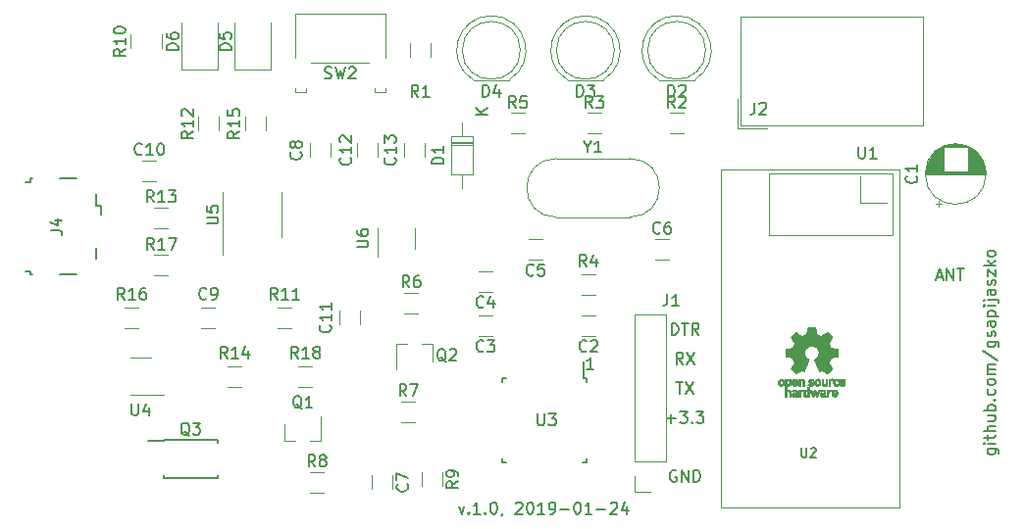
<source format=gbr>
G04 #@! TF.GenerationSoftware,KiCad,Pcbnew,(6.0.0-rc1-dev-1491-g0a4812be0)*
G04 #@! TF.CreationDate,2019-01-28T09:48:38+01:00
G04 #@! TF.ProjectId,mySensors_door_switch,6d795365-6e73-46f7-9273-5f646f6f725f,1.0*
G04 #@! TF.SameCoordinates,Original*
G04 #@! TF.FileFunction,Legend,Top*
G04 #@! TF.FilePolarity,Positive*
%FSLAX46Y46*%
G04 Gerber Fmt 4.6, Leading zero omitted, Abs format (unit mm)*
G04 Created by KiCad (PCBNEW (6.0.0-rc1-dev-1491-g0a4812be0)) date 2019-01-28 09:48:38*
%MOMM*%
%LPD*%
G04 APERTURE LIST*
%ADD10C,0.150000*%
%ADD11C,0.120000*%
%ADD12C,0.010000*%
%ADD13C,0.160000*%
G04 APERTURE END LIST*
D10*
X137666666Y-108285714D02*
X137904761Y-108952380D01*
X138142857Y-108285714D01*
X138523809Y-108857142D02*
X138571428Y-108904761D01*
X138523809Y-108952380D01*
X138476190Y-108904761D01*
X138523809Y-108857142D01*
X138523809Y-108952380D01*
X139523809Y-108952380D02*
X138952380Y-108952380D01*
X139238095Y-108952380D02*
X139238095Y-107952380D01*
X139142857Y-108095238D01*
X139047619Y-108190476D01*
X138952380Y-108238095D01*
X139952380Y-108857142D02*
X140000000Y-108904761D01*
X139952380Y-108952380D01*
X139904761Y-108904761D01*
X139952380Y-108857142D01*
X139952380Y-108952380D01*
X140619047Y-107952380D02*
X140714285Y-107952380D01*
X140809523Y-108000000D01*
X140857142Y-108047619D01*
X140904761Y-108142857D01*
X140952380Y-108333333D01*
X140952380Y-108571428D01*
X140904761Y-108761904D01*
X140857142Y-108857142D01*
X140809523Y-108904761D01*
X140714285Y-108952380D01*
X140619047Y-108952380D01*
X140523809Y-108904761D01*
X140476190Y-108857142D01*
X140428571Y-108761904D01*
X140380952Y-108571428D01*
X140380952Y-108333333D01*
X140428571Y-108142857D01*
X140476190Y-108047619D01*
X140523809Y-108000000D01*
X140619047Y-107952380D01*
X141428571Y-108904761D02*
X141428571Y-108952380D01*
X141380952Y-109047619D01*
X141333333Y-109095238D01*
X142571428Y-108047619D02*
X142619047Y-108000000D01*
X142714285Y-107952380D01*
X142952380Y-107952380D01*
X143047619Y-108000000D01*
X143095238Y-108047619D01*
X143142857Y-108142857D01*
X143142857Y-108238095D01*
X143095238Y-108380952D01*
X142523809Y-108952380D01*
X143142857Y-108952380D01*
X143761904Y-107952380D02*
X143857142Y-107952380D01*
X143952380Y-108000000D01*
X144000000Y-108047619D01*
X144047619Y-108142857D01*
X144095238Y-108333333D01*
X144095238Y-108571428D01*
X144047619Y-108761904D01*
X144000000Y-108857142D01*
X143952380Y-108904761D01*
X143857142Y-108952380D01*
X143761904Y-108952380D01*
X143666666Y-108904761D01*
X143619047Y-108857142D01*
X143571428Y-108761904D01*
X143523809Y-108571428D01*
X143523809Y-108333333D01*
X143571428Y-108142857D01*
X143619047Y-108047619D01*
X143666666Y-108000000D01*
X143761904Y-107952380D01*
X145047619Y-108952380D02*
X144476190Y-108952380D01*
X144761904Y-108952380D02*
X144761904Y-107952380D01*
X144666666Y-108095238D01*
X144571428Y-108190476D01*
X144476190Y-108238095D01*
X145523809Y-108952380D02*
X145714285Y-108952380D01*
X145809523Y-108904761D01*
X145857142Y-108857142D01*
X145952380Y-108714285D01*
X146000000Y-108523809D01*
X146000000Y-108142857D01*
X145952380Y-108047619D01*
X145904761Y-108000000D01*
X145809523Y-107952380D01*
X145619047Y-107952380D01*
X145523809Y-108000000D01*
X145476190Y-108047619D01*
X145428571Y-108142857D01*
X145428571Y-108380952D01*
X145476190Y-108476190D01*
X145523809Y-108523809D01*
X145619047Y-108571428D01*
X145809523Y-108571428D01*
X145904761Y-108523809D01*
X145952380Y-108476190D01*
X146000000Y-108380952D01*
X146428571Y-108571428D02*
X147190476Y-108571428D01*
X147857142Y-107952380D02*
X147952380Y-107952380D01*
X148047619Y-108000000D01*
X148095238Y-108047619D01*
X148142857Y-108142857D01*
X148190476Y-108333333D01*
X148190476Y-108571428D01*
X148142857Y-108761904D01*
X148095238Y-108857142D01*
X148047619Y-108904761D01*
X147952380Y-108952380D01*
X147857142Y-108952380D01*
X147761904Y-108904761D01*
X147714285Y-108857142D01*
X147666666Y-108761904D01*
X147619047Y-108571428D01*
X147619047Y-108333333D01*
X147666666Y-108142857D01*
X147714285Y-108047619D01*
X147761904Y-108000000D01*
X147857142Y-107952380D01*
X149142857Y-108952380D02*
X148571428Y-108952380D01*
X148857142Y-108952380D02*
X148857142Y-107952380D01*
X148761904Y-108095238D01*
X148666666Y-108190476D01*
X148571428Y-108238095D01*
X149571428Y-108571428D02*
X150333333Y-108571428D01*
X150761904Y-108047619D02*
X150809523Y-108000000D01*
X150904761Y-107952380D01*
X151142857Y-107952380D01*
X151238095Y-108000000D01*
X151285714Y-108047619D01*
X151333333Y-108142857D01*
X151333333Y-108238095D01*
X151285714Y-108380952D01*
X150714285Y-108952380D01*
X151333333Y-108952380D01*
X152190476Y-108285714D02*
X152190476Y-108952380D01*
X151952380Y-107904761D02*
X151714285Y-108619047D01*
X152333333Y-108619047D01*
X149285714Y-96452380D02*
X148714285Y-96452380D01*
X149000000Y-96452380D02*
X149000000Y-95452380D01*
X148904761Y-95595238D01*
X148809523Y-95690476D01*
X148714285Y-95738095D01*
X183285714Y-103333333D02*
X184095238Y-103333333D01*
X184190476Y-103380952D01*
X184238095Y-103428571D01*
X184285714Y-103523809D01*
X184285714Y-103666666D01*
X184238095Y-103761904D01*
X183904761Y-103333333D02*
X183952380Y-103428571D01*
X183952380Y-103619047D01*
X183904761Y-103714285D01*
X183857142Y-103761904D01*
X183761904Y-103809523D01*
X183476190Y-103809523D01*
X183380952Y-103761904D01*
X183333333Y-103714285D01*
X183285714Y-103619047D01*
X183285714Y-103428571D01*
X183333333Y-103333333D01*
X183952380Y-102857142D02*
X183285714Y-102857142D01*
X182952380Y-102857142D02*
X183000000Y-102904761D01*
X183047619Y-102857142D01*
X183000000Y-102809523D01*
X182952380Y-102857142D01*
X183047619Y-102857142D01*
X183285714Y-102523809D02*
X183285714Y-102142857D01*
X182952380Y-102380952D02*
X183809523Y-102380952D01*
X183904761Y-102333333D01*
X183952380Y-102238095D01*
X183952380Y-102142857D01*
X183952380Y-101809523D02*
X182952380Y-101809523D01*
X183952380Y-101380952D02*
X183428571Y-101380952D01*
X183333333Y-101428571D01*
X183285714Y-101523809D01*
X183285714Y-101666666D01*
X183333333Y-101761904D01*
X183380952Y-101809523D01*
X183285714Y-100476190D02*
X183952380Y-100476190D01*
X183285714Y-100904761D02*
X183809523Y-100904761D01*
X183904761Y-100857142D01*
X183952380Y-100761904D01*
X183952380Y-100619047D01*
X183904761Y-100523809D01*
X183857142Y-100476190D01*
X183952380Y-100000000D02*
X182952380Y-100000000D01*
X183333333Y-100000000D02*
X183285714Y-99904761D01*
X183285714Y-99714285D01*
X183333333Y-99619047D01*
X183380952Y-99571428D01*
X183476190Y-99523809D01*
X183761904Y-99523809D01*
X183857142Y-99571428D01*
X183904761Y-99619047D01*
X183952380Y-99714285D01*
X183952380Y-99904761D01*
X183904761Y-100000000D01*
X183857142Y-99095238D02*
X183904761Y-99047619D01*
X183952380Y-99095238D01*
X183904761Y-99142857D01*
X183857142Y-99095238D01*
X183952380Y-99095238D01*
X183904761Y-98190476D02*
X183952380Y-98285714D01*
X183952380Y-98476190D01*
X183904761Y-98571428D01*
X183857142Y-98619047D01*
X183761904Y-98666666D01*
X183476190Y-98666666D01*
X183380952Y-98619047D01*
X183333333Y-98571428D01*
X183285714Y-98476190D01*
X183285714Y-98285714D01*
X183333333Y-98190476D01*
X183952380Y-97619047D02*
X183904761Y-97714285D01*
X183857142Y-97761904D01*
X183761904Y-97809523D01*
X183476190Y-97809523D01*
X183380952Y-97761904D01*
X183333333Y-97714285D01*
X183285714Y-97619047D01*
X183285714Y-97476190D01*
X183333333Y-97380952D01*
X183380952Y-97333333D01*
X183476190Y-97285714D01*
X183761904Y-97285714D01*
X183857142Y-97333333D01*
X183904761Y-97380952D01*
X183952380Y-97476190D01*
X183952380Y-97619047D01*
X183952380Y-96857142D02*
X183285714Y-96857142D01*
X183380952Y-96857142D02*
X183333333Y-96809523D01*
X183285714Y-96714285D01*
X183285714Y-96571428D01*
X183333333Y-96476190D01*
X183428571Y-96428571D01*
X183952380Y-96428571D01*
X183428571Y-96428571D02*
X183333333Y-96380952D01*
X183285714Y-96285714D01*
X183285714Y-96142857D01*
X183333333Y-96047619D01*
X183428571Y-96000000D01*
X183952380Y-96000000D01*
X182904761Y-94809523D02*
X184190476Y-95666666D01*
X183285714Y-94047619D02*
X184095238Y-94047619D01*
X184190476Y-94095238D01*
X184238095Y-94142857D01*
X184285714Y-94238095D01*
X184285714Y-94380952D01*
X184238095Y-94476190D01*
X183904761Y-94047619D02*
X183952380Y-94142857D01*
X183952380Y-94333333D01*
X183904761Y-94428571D01*
X183857142Y-94476190D01*
X183761904Y-94523809D01*
X183476190Y-94523809D01*
X183380952Y-94476190D01*
X183333333Y-94428571D01*
X183285714Y-94333333D01*
X183285714Y-94142857D01*
X183333333Y-94047619D01*
X183904761Y-93619047D02*
X183952380Y-93523809D01*
X183952380Y-93333333D01*
X183904761Y-93238095D01*
X183809523Y-93190476D01*
X183761904Y-93190476D01*
X183666666Y-93238095D01*
X183619047Y-93333333D01*
X183619047Y-93476190D01*
X183571428Y-93571428D01*
X183476190Y-93619047D01*
X183428571Y-93619047D01*
X183333333Y-93571428D01*
X183285714Y-93476190D01*
X183285714Y-93333333D01*
X183333333Y-93238095D01*
X183952380Y-92333333D02*
X183428571Y-92333333D01*
X183333333Y-92380952D01*
X183285714Y-92476190D01*
X183285714Y-92666666D01*
X183333333Y-92761904D01*
X183904761Y-92333333D02*
X183952380Y-92428571D01*
X183952380Y-92666666D01*
X183904761Y-92761904D01*
X183809523Y-92809523D01*
X183714285Y-92809523D01*
X183619047Y-92761904D01*
X183571428Y-92666666D01*
X183571428Y-92428571D01*
X183523809Y-92333333D01*
X183285714Y-91857142D02*
X184285714Y-91857142D01*
X183333333Y-91857142D02*
X183285714Y-91761904D01*
X183285714Y-91571428D01*
X183333333Y-91476190D01*
X183380952Y-91428571D01*
X183476190Y-91380952D01*
X183761904Y-91380952D01*
X183857142Y-91428571D01*
X183904761Y-91476190D01*
X183952380Y-91571428D01*
X183952380Y-91761904D01*
X183904761Y-91857142D01*
X183952380Y-90952380D02*
X183285714Y-90952380D01*
X182952380Y-90952380D02*
X183000000Y-91000000D01*
X183047619Y-90952380D01*
X183000000Y-90904761D01*
X182952380Y-90952380D01*
X183047619Y-90952380D01*
X183285714Y-90476190D02*
X184142857Y-90476190D01*
X184238095Y-90523809D01*
X184285714Y-90619047D01*
X184285714Y-90666666D01*
X182952380Y-90476190D02*
X183000000Y-90523809D01*
X183047619Y-90476190D01*
X183000000Y-90428571D01*
X182952380Y-90476190D01*
X183047619Y-90476190D01*
X183952380Y-89571428D02*
X183428571Y-89571428D01*
X183333333Y-89619047D01*
X183285714Y-89714285D01*
X183285714Y-89904761D01*
X183333333Y-90000000D01*
X183904761Y-89571428D02*
X183952380Y-89666666D01*
X183952380Y-89904761D01*
X183904761Y-90000000D01*
X183809523Y-90047619D01*
X183714285Y-90047619D01*
X183619047Y-90000000D01*
X183571428Y-89904761D01*
X183571428Y-89666666D01*
X183523809Y-89571428D01*
X183904761Y-89142857D02*
X183952380Y-89047619D01*
X183952380Y-88857142D01*
X183904761Y-88761904D01*
X183809523Y-88714285D01*
X183761904Y-88714285D01*
X183666666Y-88761904D01*
X183619047Y-88857142D01*
X183619047Y-89000000D01*
X183571428Y-89095238D01*
X183476190Y-89142857D01*
X183428571Y-89142857D01*
X183333333Y-89095238D01*
X183285714Y-89000000D01*
X183285714Y-88857142D01*
X183333333Y-88761904D01*
X183285714Y-88380952D02*
X183285714Y-87857142D01*
X183952380Y-88380952D01*
X183952380Y-87857142D01*
X183952380Y-87476190D02*
X182952380Y-87476190D01*
X183571428Y-87380952D02*
X183952380Y-87095238D01*
X183285714Y-87095238D02*
X183666666Y-87476190D01*
X183952380Y-86523809D02*
X183904761Y-86619047D01*
X183857142Y-86666666D01*
X183761904Y-86714285D01*
X183476190Y-86714285D01*
X183380952Y-86666666D01*
X183333333Y-86619047D01*
X183285714Y-86523809D01*
X183285714Y-86380952D01*
X183333333Y-86285714D01*
X183380952Y-86238095D01*
X183476190Y-86190476D01*
X183761904Y-86190476D01*
X183857142Y-86238095D01*
X183904761Y-86285714D01*
X183952380Y-86380952D01*
X183952380Y-86523809D01*
X156413495Y-105216200D02*
X156318257Y-105168580D01*
X156175400Y-105168580D01*
X156032542Y-105216200D01*
X155937304Y-105311438D01*
X155889685Y-105406676D01*
X155842066Y-105597152D01*
X155842066Y-105740009D01*
X155889685Y-105930485D01*
X155937304Y-106025723D01*
X156032542Y-106120961D01*
X156175400Y-106168580D01*
X156270638Y-106168580D01*
X156413495Y-106120961D01*
X156461114Y-106073342D01*
X156461114Y-105740009D01*
X156270638Y-105740009D01*
X156889685Y-106168580D02*
X156889685Y-105168580D01*
X157461114Y-106168580D01*
X157461114Y-105168580D01*
X157937304Y-106168580D02*
X157937304Y-105168580D01*
X158175400Y-105168580D01*
X158318257Y-105216200D01*
X158413495Y-105311438D01*
X158461114Y-105406676D01*
X158508733Y-105597152D01*
X158508733Y-105740009D01*
X158461114Y-105930485D01*
X158413495Y-106025723D01*
X158318257Y-106120961D01*
X158175400Y-106168580D01*
X157937304Y-106168580D01*
X155603971Y-100707628D02*
X156365876Y-100707628D01*
X155984923Y-101088580D02*
X155984923Y-100326676D01*
X156746828Y-100088580D02*
X157365876Y-100088580D01*
X157032542Y-100469533D01*
X157175400Y-100469533D01*
X157270638Y-100517152D01*
X157318257Y-100564771D01*
X157365876Y-100660009D01*
X157365876Y-100898104D01*
X157318257Y-100993342D01*
X157270638Y-101040961D01*
X157175400Y-101088580D01*
X156889685Y-101088580D01*
X156794447Y-101040961D01*
X156746828Y-100993342D01*
X157794447Y-100993342D02*
X157842066Y-101040961D01*
X157794447Y-101088580D01*
X157746828Y-101040961D01*
X157794447Y-100993342D01*
X157794447Y-101088580D01*
X158175400Y-100088580D02*
X158794447Y-100088580D01*
X158461114Y-100469533D01*
X158603971Y-100469533D01*
X158699209Y-100517152D01*
X158746828Y-100564771D01*
X158794447Y-100660009D01*
X158794447Y-100898104D01*
X158746828Y-100993342D01*
X158699209Y-101040961D01*
X158603971Y-101088580D01*
X158318257Y-101088580D01*
X158223019Y-101040961D01*
X158175400Y-100993342D01*
X156413495Y-97548580D02*
X156984923Y-97548580D01*
X156699209Y-98548580D02*
X156699209Y-97548580D01*
X157223019Y-97548580D02*
X157889685Y-98548580D01*
X157889685Y-97548580D02*
X157223019Y-98548580D01*
X157008733Y-96008580D02*
X156675400Y-95532390D01*
X156437304Y-96008580D02*
X156437304Y-95008580D01*
X156818257Y-95008580D01*
X156913495Y-95056200D01*
X156961114Y-95103819D01*
X157008733Y-95199057D01*
X157008733Y-95341914D01*
X156961114Y-95437152D01*
X156913495Y-95484771D01*
X156818257Y-95532390D01*
X156437304Y-95532390D01*
X157342066Y-95008580D02*
X158008733Y-96008580D01*
X158008733Y-95008580D02*
X157342066Y-96008580D01*
X156032542Y-93468580D02*
X156032542Y-92468580D01*
X156270638Y-92468580D01*
X156413495Y-92516200D01*
X156508733Y-92611438D01*
X156556352Y-92706676D01*
X156603971Y-92897152D01*
X156603971Y-93040009D01*
X156556352Y-93230485D01*
X156508733Y-93325723D01*
X156413495Y-93420961D01*
X156270638Y-93468580D01*
X156032542Y-93468580D01*
X156889685Y-92468580D02*
X157461114Y-92468580D01*
X157175400Y-93468580D02*
X157175400Y-92468580D01*
X158365876Y-93468580D02*
X158032542Y-92992390D01*
X157794447Y-93468580D02*
X157794447Y-92468580D01*
X158175400Y-92468580D01*
X158270638Y-92516200D01*
X158318257Y-92563819D01*
X158365876Y-92659057D01*
X158365876Y-92801914D01*
X158318257Y-92897152D01*
X158270638Y-92944771D01*
X158175400Y-92992390D01*
X157794447Y-92992390D01*
D11*
X134421000Y-105367936D02*
X134421000Y-106572064D01*
X136241000Y-105367936D02*
X136241000Y-106572064D01*
X124822936Y-107134000D02*
X126027064Y-107134000D01*
X124822936Y-105314000D02*
X126027064Y-105314000D01*
X132696936Y-101038000D02*
X133901064Y-101038000D01*
X132696936Y-99218000D02*
X133901064Y-99218000D01*
X132950936Y-91640200D02*
X134155064Y-91640200D01*
X132950936Y-89820200D02*
X134155064Y-89820200D01*
X135387000Y-94288200D02*
X135387000Y-95748200D01*
X132227000Y-94288200D02*
X132227000Y-96448200D01*
X132227000Y-94288200D02*
X133157000Y-94288200D01*
X135387000Y-94288200D02*
X134457000Y-94288200D01*
X122575000Y-102666000D02*
X122575000Y-101206000D01*
X125735000Y-102666000D02*
X125735000Y-100506000D01*
X125735000Y-102666000D02*
X124805000Y-102666000D01*
X122575000Y-102666000D02*
X123505000Y-102666000D01*
X130103000Y-105621936D02*
X130103000Y-106826064D01*
X131923000Y-105621936D02*
X131923000Y-106826064D01*
X112565064Y-86518200D02*
X111360936Y-86518200D01*
X112565064Y-88338200D02*
X111360936Y-88338200D01*
X111360936Y-84274200D02*
X112565064Y-84274200D01*
X111360936Y-82454200D02*
X112565064Y-82454200D01*
X116629064Y-91090200D02*
X115424936Y-91090200D01*
X116629064Y-92910200D02*
X115424936Y-92910200D01*
X178818000Y-82128975D02*
X179318000Y-82128975D01*
X179068000Y-82378975D02*
X179068000Y-81878975D01*
X180259000Y-76973200D02*
X180827000Y-76973200D01*
X180025000Y-77013200D02*
X181061000Y-77013200D01*
X179866000Y-77053200D02*
X181220000Y-77053200D01*
X179738000Y-77093200D02*
X181348000Y-77093200D01*
X179628000Y-77133200D02*
X181458000Y-77133200D01*
X179532000Y-77173200D02*
X181554000Y-77173200D01*
X179445000Y-77213200D02*
X181641000Y-77213200D01*
X179365000Y-77253200D02*
X181721000Y-77253200D01*
X181583000Y-77293200D02*
X181794000Y-77293200D01*
X179292000Y-77293200D02*
X179503000Y-77293200D01*
X181583000Y-77333200D02*
X181862000Y-77333200D01*
X179224000Y-77333200D02*
X179503000Y-77333200D01*
X181583000Y-77373200D02*
X181926000Y-77373200D01*
X179160000Y-77373200D02*
X179503000Y-77373200D01*
X181583000Y-77413200D02*
X181986000Y-77413200D01*
X179100000Y-77413200D02*
X179503000Y-77413200D01*
X181583000Y-77453200D02*
X182043000Y-77453200D01*
X179043000Y-77453200D02*
X179503000Y-77453200D01*
X181583000Y-77493200D02*
X182097000Y-77493200D01*
X178989000Y-77493200D02*
X179503000Y-77493200D01*
X181583000Y-77533200D02*
X182148000Y-77533200D01*
X178938000Y-77533200D02*
X179503000Y-77533200D01*
X181583000Y-77573200D02*
X182196000Y-77573200D01*
X178890000Y-77573200D02*
X179503000Y-77573200D01*
X181583000Y-77613200D02*
X182242000Y-77613200D01*
X178844000Y-77613200D02*
X179503000Y-77613200D01*
X181583000Y-77653200D02*
X182286000Y-77653200D01*
X178800000Y-77653200D02*
X179503000Y-77653200D01*
X181583000Y-77693200D02*
X182328000Y-77693200D01*
X178758000Y-77693200D02*
X179503000Y-77693200D01*
X181583000Y-77733200D02*
X182369000Y-77733200D01*
X178717000Y-77733200D02*
X179503000Y-77733200D01*
X181583000Y-77773200D02*
X182407000Y-77773200D01*
X178679000Y-77773200D02*
X179503000Y-77773200D01*
X181583000Y-77813200D02*
X182444000Y-77813200D01*
X178642000Y-77813200D02*
X179503000Y-77813200D01*
X181583000Y-77853200D02*
X182480000Y-77853200D01*
X178606000Y-77853200D02*
X179503000Y-77853200D01*
X181583000Y-77893200D02*
X182514000Y-77893200D01*
X178572000Y-77893200D02*
X179503000Y-77893200D01*
X181583000Y-77933200D02*
X182547000Y-77933200D01*
X178539000Y-77933200D02*
X179503000Y-77933200D01*
X181583000Y-77973200D02*
X182578000Y-77973200D01*
X178508000Y-77973200D02*
X179503000Y-77973200D01*
X181583000Y-78013200D02*
X182608000Y-78013200D01*
X178478000Y-78013200D02*
X179503000Y-78013200D01*
X181583000Y-78053200D02*
X182638000Y-78053200D01*
X178448000Y-78053200D02*
X179503000Y-78053200D01*
X181583000Y-78093200D02*
X182665000Y-78093200D01*
X178421000Y-78093200D02*
X179503000Y-78093200D01*
X181583000Y-78133200D02*
X182692000Y-78133200D01*
X178394000Y-78133200D02*
X179503000Y-78133200D01*
X181583000Y-78173200D02*
X182718000Y-78173200D01*
X178368000Y-78173200D02*
X179503000Y-78173200D01*
X181583000Y-78213200D02*
X182743000Y-78213200D01*
X178343000Y-78213200D02*
X179503000Y-78213200D01*
X181583000Y-78253200D02*
X182767000Y-78253200D01*
X178319000Y-78253200D02*
X179503000Y-78253200D01*
X181583000Y-78293200D02*
X182790000Y-78293200D01*
X178296000Y-78293200D02*
X179503000Y-78293200D01*
X181583000Y-78333200D02*
X182811000Y-78333200D01*
X178275000Y-78333200D02*
X179503000Y-78333200D01*
X181583000Y-78373200D02*
X182833000Y-78373200D01*
X178253000Y-78373200D02*
X179503000Y-78373200D01*
X181583000Y-78413200D02*
X182853000Y-78413200D01*
X178233000Y-78413200D02*
X179503000Y-78413200D01*
X181583000Y-78453200D02*
X182872000Y-78453200D01*
X178214000Y-78453200D02*
X179503000Y-78453200D01*
X181583000Y-78493200D02*
X182891000Y-78493200D01*
X178195000Y-78493200D02*
X179503000Y-78493200D01*
X181583000Y-78533200D02*
X182908000Y-78533200D01*
X178178000Y-78533200D02*
X179503000Y-78533200D01*
X181583000Y-78573200D02*
X182925000Y-78573200D01*
X178161000Y-78573200D02*
X179503000Y-78573200D01*
X181583000Y-78613200D02*
X182941000Y-78613200D01*
X178145000Y-78613200D02*
X179503000Y-78613200D01*
X181583000Y-78653200D02*
X182957000Y-78653200D01*
X178129000Y-78653200D02*
X179503000Y-78653200D01*
X181583000Y-78693200D02*
X182971000Y-78693200D01*
X178115000Y-78693200D02*
X179503000Y-78693200D01*
X181583000Y-78733200D02*
X182985000Y-78733200D01*
X178101000Y-78733200D02*
X179503000Y-78733200D01*
X181583000Y-78773200D02*
X182998000Y-78773200D01*
X178088000Y-78773200D02*
X179503000Y-78773200D01*
X181583000Y-78813200D02*
X183011000Y-78813200D01*
X178075000Y-78813200D02*
X179503000Y-78813200D01*
X181583000Y-78853200D02*
X183023000Y-78853200D01*
X178063000Y-78853200D02*
X179503000Y-78853200D01*
X181583000Y-78894200D02*
X183034000Y-78894200D01*
X178052000Y-78894200D02*
X179503000Y-78894200D01*
X181583000Y-78934200D02*
X183044000Y-78934200D01*
X178042000Y-78934200D02*
X179503000Y-78934200D01*
X181583000Y-78974200D02*
X183054000Y-78974200D01*
X178032000Y-78974200D02*
X179503000Y-78974200D01*
X181583000Y-79014200D02*
X183063000Y-79014200D01*
X178023000Y-79014200D02*
X179503000Y-79014200D01*
X181583000Y-79054200D02*
X183071000Y-79054200D01*
X178015000Y-79054200D02*
X179503000Y-79054200D01*
X181583000Y-79094200D02*
X183079000Y-79094200D01*
X178007000Y-79094200D02*
X179503000Y-79094200D01*
X181583000Y-79134200D02*
X183086000Y-79134200D01*
X178000000Y-79134200D02*
X179503000Y-79134200D01*
X181583000Y-79174200D02*
X183093000Y-79174200D01*
X177993000Y-79174200D02*
X179503000Y-79174200D01*
X181583000Y-79214200D02*
X183099000Y-79214200D01*
X177987000Y-79214200D02*
X179503000Y-79214200D01*
X181583000Y-79254200D02*
X183104000Y-79254200D01*
X177982000Y-79254200D02*
X179503000Y-79254200D01*
X181583000Y-79294200D02*
X183108000Y-79294200D01*
X177978000Y-79294200D02*
X179503000Y-79294200D01*
X181583000Y-79334200D02*
X183112000Y-79334200D01*
X177974000Y-79334200D02*
X179503000Y-79334200D01*
X177970000Y-79374200D02*
X183116000Y-79374200D01*
X177967000Y-79414200D02*
X183119000Y-79414200D01*
X177965000Y-79454200D02*
X183121000Y-79454200D01*
X177964000Y-79494200D02*
X183122000Y-79494200D01*
X177963000Y-79534200D02*
X183123000Y-79534200D01*
X177963000Y-79574200D02*
X183123000Y-79574200D01*
X183163000Y-79574200D02*
G75*
G03X183163000Y-79574200I-2620000J0D01*
G01*
X130673000Y-84242200D02*
X130673000Y-86692200D01*
X133893000Y-86042200D02*
X133893000Y-84242200D01*
X116937000Y-75838264D02*
X116937000Y-74634136D01*
X115117000Y-75838264D02*
X115117000Y-74634136D01*
X124769000Y-76920136D02*
X124769000Y-78124264D01*
X126589000Y-76920136D02*
X126589000Y-78124264D01*
X127309000Y-91398136D02*
X127309000Y-92602264D01*
X129129000Y-91398136D02*
X129129000Y-92602264D01*
X111549064Y-78390200D02*
X110344936Y-78390200D01*
X111549064Y-80210200D02*
X110344936Y-80210200D01*
D10*
X104637000Y-79976200D02*
X103237000Y-79976200D01*
X100837000Y-79976200D02*
X100687000Y-79976200D01*
X100687000Y-79976200D02*
X100687000Y-80276200D01*
X100687000Y-80276200D02*
X100237000Y-80276200D01*
X100237000Y-87976200D02*
X100687000Y-87976200D01*
X100687000Y-87976200D02*
X100687000Y-88276200D01*
X100687000Y-88276200D02*
X100837000Y-88276200D01*
X103237000Y-88276200D02*
X104637000Y-88276200D01*
X106812000Y-83051200D02*
X106812000Y-82326200D01*
X106812000Y-82326200D02*
X106387000Y-82326200D01*
X106387000Y-82326200D02*
X106387000Y-81326200D01*
X106387000Y-85926200D02*
X106387000Y-86926200D01*
D11*
X143350064Y-74274000D02*
X142145936Y-74274000D01*
X143350064Y-76094000D02*
X142145936Y-76094000D01*
X149954064Y-74274000D02*
X148749936Y-74274000D01*
X149954064Y-76094000D02*
X148749936Y-76094000D01*
X157066064Y-74274000D02*
X155861936Y-74274000D01*
X157066064Y-76094000D02*
X155861936Y-76094000D01*
X133405000Y-68284136D02*
X133405000Y-69488264D01*
X135225000Y-68284136D02*
X135225000Y-69488264D01*
X149446064Y-88244000D02*
X148241936Y-88244000D01*
X149446064Y-90064000D02*
X148241936Y-90064000D01*
X116850000Y-70584200D02*
X116850000Y-66524200D01*
X113680000Y-70584200D02*
X116850000Y-70584200D01*
X113680000Y-66524200D02*
X113680000Y-70584200D01*
X121422000Y-70584200D02*
X121422000Y-66524200D01*
X118252000Y-70584200D02*
X121422000Y-70584200D01*
X118252000Y-66524200D02*
X118252000Y-70584200D01*
X144874064Y-85196000D02*
X143669936Y-85196000D01*
X144874064Y-87016000D02*
X143669936Y-87016000D01*
X154591936Y-87016000D02*
X155796064Y-87016000D01*
X154591936Y-85196000D02*
X155796064Y-85196000D01*
X148241936Y-91800000D02*
X149446064Y-91800000D01*
X148241936Y-93620000D02*
X149446064Y-93620000D01*
X140556064Y-93620000D02*
X139351936Y-93620000D01*
X140556064Y-91800000D02*
X139351936Y-91800000D01*
X139351936Y-89810000D02*
X140556064Y-89810000D01*
X139351936Y-87990000D02*
X140556064Y-87990000D01*
X132897000Y-78124264D02*
X132897000Y-76920136D01*
X134717000Y-78124264D02*
X134717000Y-76920136D01*
X130653000Y-78124264D02*
X130653000Y-76920136D01*
X128833000Y-78124264D02*
X128833000Y-76920136D01*
X138842000Y-76338000D02*
X137002000Y-76338000D01*
X137002000Y-76338000D02*
X137002000Y-79618000D01*
X137002000Y-79618000D02*
X138842000Y-79618000D01*
X138842000Y-79618000D02*
X138842000Y-76338000D01*
X137922000Y-75158000D02*
X137922000Y-76338000D01*
X137922000Y-80798000D02*
X137922000Y-79618000D01*
X138842000Y-76914000D02*
X137002000Y-76914000D01*
X138842000Y-77034000D02*
X137002000Y-77034000D01*
X138842000Y-76794000D02*
X137002000Y-76794000D01*
X156467462Y-65896200D02*
G75*
G03X154922170Y-71446200I-462J-2990000D01*
G01*
X156466538Y-65896200D02*
G75*
G02X158011830Y-71446200I462J-2990000D01*
G01*
X158967000Y-68886200D02*
G75*
G03X158967000Y-68886200I-2500000J0D01*
G01*
X154922000Y-71446200D02*
X158012000Y-71446200D01*
X147048000Y-71446200D02*
X150138000Y-71446200D01*
X151093000Y-68886200D02*
G75*
G03X151093000Y-68886200I-2500000J0D01*
G01*
X148592538Y-65896200D02*
G75*
G02X150137830Y-71446200I462J-2990000D01*
G01*
X148593462Y-65896200D02*
G75*
G03X147048170Y-71446200I-462J-2990000D01*
G01*
X140465462Y-65896200D02*
G75*
G03X138920170Y-71446200I-462J-2990000D01*
G01*
X140464538Y-65896200D02*
G75*
G02X142009830Y-71446200I462J-2990000D01*
G01*
X142965000Y-68886200D02*
G75*
G03X142965000Y-68886200I-2500000J0D01*
G01*
X138920000Y-71446200D02*
X142010000Y-71446200D01*
X161985000Y-65989200D02*
X177765000Y-65989200D01*
X177765000Y-65989200D02*
X177765000Y-75339200D01*
X177765000Y-75339200D02*
X161985000Y-75339200D01*
X161985000Y-75339200D02*
X161985000Y-65989200D01*
X161735000Y-75589200D02*
X164275000Y-75589200D01*
X161735000Y-75589200D02*
X161735000Y-73049200D01*
X155511000Y-104446000D02*
X152851000Y-104446000D01*
X155511000Y-104446000D02*
X155511000Y-91686000D01*
X155511000Y-91686000D02*
X152851000Y-91686000D01*
X152851000Y-104446000D02*
X152851000Y-91686000D01*
X152851000Y-107046000D02*
X152851000Y-105716000D01*
X154181000Y-107046000D02*
X152851000Y-107046000D01*
D10*
X112178000Y-102567000D02*
X112178000Y-102667000D01*
X116828000Y-102567000D02*
X116828000Y-102767000D01*
X116828000Y-105817000D02*
X116828000Y-105617000D01*
X112178000Y-105817000D02*
X112178000Y-105617000D01*
X112178000Y-102567000D02*
X116828000Y-102567000D01*
X112178000Y-105817000D02*
X116828000Y-105817000D01*
X112178000Y-102667000D02*
X110828000Y-102667000D01*
D11*
X109333000Y-68726264D02*
X109333000Y-67522136D01*
X112053000Y-68726264D02*
X112053000Y-67522136D01*
X125011064Y-97990200D02*
X123806936Y-97990200D01*
X125011064Y-96170200D02*
X123806936Y-96170200D01*
X121001000Y-75838264D02*
X121001000Y-74634136D01*
X119181000Y-75838264D02*
X119181000Y-74634136D01*
X110025064Y-91090200D02*
X108820936Y-91090200D01*
X110025064Y-92910200D02*
X108820936Y-92910200D01*
X122028936Y-91090200D02*
X123233064Y-91090200D01*
X122028936Y-92910200D02*
X123233064Y-92910200D01*
X117710936Y-96170200D02*
X118915064Y-96170200D01*
X117710936Y-97990200D02*
X118915064Y-97990200D01*
X130401000Y-72498200D02*
X130401000Y-72148200D01*
X131291000Y-72498200D02*
X130401000Y-72498200D01*
X131291000Y-72198200D02*
X131291000Y-72498200D01*
X131291000Y-69558200D02*
X131291000Y-65708200D01*
X131291000Y-65708200D02*
X123551000Y-65708200D01*
X123551000Y-65708200D02*
X123551000Y-69558200D01*
X124931000Y-69948200D02*
X129911000Y-69948200D01*
X124441000Y-72498200D02*
X123551000Y-72498200D01*
X124441000Y-72498200D02*
X124441000Y-72148200D01*
X123551000Y-72198200D02*
X123551000Y-72498200D01*
X175143000Y-79554200D02*
X175143000Y-84888200D01*
X175143000Y-84888200D02*
X164475000Y-84888200D01*
X164475000Y-84888200D02*
X164475000Y-79554200D01*
X164475000Y-79554200D02*
X164475000Y-79554200D01*
X174635000Y-82094200D02*
X172349000Y-82094200D01*
X172349000Y-82094200D02*
X172349000Y-79808200D01*
X172349000Y-79808200D02*
X172349000Y-79808200D01*
X175719000Y-79224200D02*
X175719000Y-108424200D01*
X175719000Y-108424200D02*
X160269000Y-108424200D01*
X160269000Y-108424200D02*
X160269000Y-79224200D01*
X160269000Y-79224200D02*
X175719000Y-79224200D01*
X175719000Y-79224200D02*
X175719000Y-79224200D01*
X164475000Y-79554200D02*
X175143000Y-79554200D01*
X175143000Y-79554200D02*
X175143000Y-79554200D01*
D10*
X148659000Y-97213000D02*
X148434000Y-97213000D01*
X148659000Y-104463000D02*
X148334000Y-104463000D01*
X141409000Y-104463000D02*
X141734000Y-104463000D01*
X141409000Y-97213000D02*
X141734000Y-97213000D01*
X148659000Y-97213000D02*
X148659000Y-97538000D01*
X141409000Y-97213000D02*
X141409000Y-97538000D01*
X141409000Y-104463000D02*
X141409000Y-104138000D01*
X148659000Y-104463000D02*
X148659000Y-104138000D01*
X148434000Y-97213000D02*
X148434000Y-95788000D01*
D11*
X117277000Y-86560200D02*
X117277000Y-81160200D01*
X122397000Y-85060200D02*
X122397000Y-81160200D01*
X111085000Y-95470200D02*
X109285000Y-95470200D01*
X109285000Y-98690200D02*
X112235000Y-98690200D01*
X146052000Y-78247000D02*
X152452000Y-78247000D01*
X146052000Y-83297000D02*
X152452000Y-83297000D01*
X146052000Y-83297000D02*
G75*
G02X146052000Y-78247000I0J2525000D01*
G01*
X152452000Y-83297000D02*
G75*
G03X152452000Y-78247000I0J2525000D01*
G01*
D12*
G36*
X168474364Y-93100218D02*
G01*
X168531212Y-93401770D01*
X168950738Y-93574712D01*
X169202384Y-93403595D01*
X169272858Y-93355950D01*
X169336563Y-93313410D01*
X169390526Y-93277915D01*
X169431773Y-93251410D01*
X169457334Y-93235836D01*
X169464295Y-93232478D01*
X169476835Y-93241114D01*
X169503631Y-93264992D01*
X169541680Y-93301059D01*
X169587979Y-93346267D01*
X169639523Y-93397564D01*
X169693309Y-93451901D01*
X169746335Y-93506228D01*
X169795595Y-93557495D01*
X169838087Y-93602651D01*
X169870807Y-93638646D01*
X169890751Y-93662430D01*
X169895519Y-93670390D01*
X169888657Y-93685065D01*
X169869420Y-93717214D01*
X169839830Y-93763692D01*
X169801910Y-93821356D01*
X169757682Y-93887060D01*
X169732054Y-93924536D01*
X169685341Y-93992968D01*
X169643832Y-94054720D01*
X169609540Y-94106719D01*
X169584480Y-94145892D01*
X169570664Y-94169165D01*
X169568588Y-94174055D01*
X169573295Y-94187955D01*
X169586123Y-94220350D01*
X169605138Y-94266685D01*
X169628403Y-94322406D01*
X169653984Y-94382958D01*
X169679945Y-94443786D01*
X169704350Y-94500336D01*
X169725263Y-94548052D01*
X169740749Y-94582381D01*
X169748872Y-94598768D01*
X169749352Y-94599412D01*
X169762107Y-94602541D01*
X169796077Y-94609521D01*
X169847740Y-94619667D01*
X169913576Y-94632292D01*
X169990064Y-94646709D01*
X170034690Y-94655023D01*
X170116421Y-94670584D01*
X170190243Y-94685392D01*
X170252421Y-94698636D01*
X170299222Y-94709505D01*
X170326909Y-94717189D01*
X170332474Y-94719627D01*
X170337926Y-94736130D01*
X170342324Y-94773400D01*
X170345672Y-94827080D01*
X170347974Y-94892812D01*
X170349232Y-94966237D01*
X170349448Y-95042996D01*
X170348627Y-95118732D01*
X170346771Y-95189086D01*
X170343882Y-95249700D01*
X170339965Y-95296216D01*
X170335022Y-95324275D01*
X170332057Y-95330116D01*
X170314334Y-95337117D01*
X170276781Y-95347127D01*
X170224364Y-95358969D01*
X170162052Y-95371467D01*
X170140300Y-95375510D01*
X170035424Y-95394720D01*
X169952580Y-95410191D01*
X169889030Y-95422537D01*
X169842037Y-95432373D01*
X169808863Y-95440314D01*
X169786771Y-95446976D01*
X169773024Y-95452973D01*
X169764884Y-95458919D01*
X169763745Y-95460094D01*
X169752377Y-95479026D01*
X169735035Y-95515869D01*
X169713450Y-95566113D01*
X169689354Y-95625246D01*
X169664479Y-95688756D01*
X169640557Y-95752132D01*
X169619319Y-95810862D01*
X169602497Y-95860435D01*
X169591822Y-95896339D01*
X169589027Y-95914062D01*
X169589260Y-95914683D01*
X169598731Y-95929170D01*
X169620218Y-95961044D01*
X169651463Y-96006989D01*
X169690207Y-96063685D01*
X169734193Y-96127817D01*
X169746719Y-96146042D01*
X169791384Y-96212114D01*
X169830688Y-96272400D01*
X169862488Y-96323435D01*
X169884645Y-96361760D01*
X169895017Y-96383911D01*
X169895519Y-96386632D01*
X169886805Y-96400936D01*
X169862725Y-96429272D01*
X169826376Y-96468596D01*
X169780853Y-96515861D01*
X169729252Y-96568023D01*
X169674667Y-96622035D01*
X169620194Y-96674853D01*
X169568929Y-96723431D01*
X169523967Y-96764723D01*
X169488404Y-96795685D01*
X169465335Y-96813270D01*
X169458954Y-96816141D01*
X169444099Y-96809378D01*
X169413686Y-96791139D01*
X169372668Y-96764497D01*
X169341109Y-96743052D01*
X169283925Y-96703703D01*
X169216206Y-96657371D01*
X169148280Y-96611113D01*
X169111761Y-96586355D01*
X168988152Y-96502747D01*
X168884391Y-96558850D01*
X168837120Y-96583428D01*
X168796923Y-96602531D01*
X168769726Y-96613427D01*
X168762802Y-96614943D01*
X168754477Y-96603749D01*
X168738054Y-96572117D01*
X168714757Y-96522965D01*
X168685814Y-96459210D01*
X168652450Y-96383771D01*
X168615891Y-96299564D01*
X168577364Y-96209508D01*
X168538094Y-96116521D01*
X168499308Y-96023520D01*
X168462230Y-95933423D01*
X168428089Y-95849148D01*
X168398108Y-95773613D01*
X168373516Y-95709734D01*
X168355536Y-95660431D01*
X168345397Y-95628621D01*
X168343766Y-95617696D01*
X168356691Y-95603761D01*
X168384989Y-95581140D01*
X168422746Y-95554533D01*
X168425915Y-95552428D01*
X168523500Y-95474314D01*
X168602186Y-95383182D01*
X168661291Y-95281945D01*
X168700132Y-95173518D01*
X168718028Y-95060814D01*
X168714297Y-94946748D01*
X168688257Y-94834234D01*
X168639225Y-94726185D01*
X168624800Y-94702545D01*
X168549769Y-94607087D01*
X168461130Y-94530432D01*
X168361949Y-94472980D01*
X168255295Y-94435129D01*
X168144236Y-94417278D01*
X168031839Y-94419825D01*
X167921173Y-94443170D01*
X167815306Y-94487710D01*
X167717305Y-94553845D01*
X167686990Y-94580687D01*
X167609838Y-94664712D01*
X167553618Y-94753166D01*
X167515053Y-94852315D01*
X167493574Y-94950503D01*
X167488272Y-95060897D01*
X167505952Y-95171840D01*
X167544819Y-95279581D01*
X167603077Y-95380369D01*
X167678931Y-95470456D01*
X167770583Y-95546092D01*
X167782628Y-95554064D01*
X167820789Y-95580174D01*
X167849799Y-95602795D01*
X167863668Y-95617239D01*
X167863869Y-95617696D01*
X167860892Y-95633321D01*
X167849089Y-95668782D01*
X167829686Y-95721162D01*
X167803912Y-95787545D01*
X167772991Y-95865014D01*
X167738151Y-95950650D01*
X167700617Y-96041537D01*
X167661617Y-96134759D01*
X167622377Y-96227397D01*
X167584124Y-96316535D01*
X167548083Y-96399255D01*
X167515483Y-96472641D01*
X167487548Y-96533775D01*
X167465505Y-96579741D01*
X167450582Y-96607621D01*
X167444572Y-96614943D01*
X167426209Y-96609241D01*
X167391848Y-96593949D01*
X167347416Y-96571799D01*
X167322983Y-96558850D01*
X167219222Y-96502747D01*
X167095613Y-96586355D01*
X167032514Y-96629187D01*
X166963430Y-96676322D01*
X166898693Y-96720703D01*
X166866266Y-96743052D01*
X166820659Y-96773677D01*
X166782040Y-96797947D01*
X166755448Y-96812787D01*
X166746810Y-96815924D01*
X166734239Y-96807461D01*
X166706416Y-96783836D01*
X166666039Y-96747502D01*
X166615805Y-96700911D01*
X166558412Y-96646517D01*
X166522114Y-96611592D01*
X166458610Y-96549196D01*
X166403727Y-96493388D01*
X166359686Y-96446554D01*
X166328705Y-96411082D01*
X166313002Y-96389361D01*
X166311495Y-96384952D01*
X166318486Y-96368185D01*
X166337806Y-96334282D01*
X166367309Y-96286676D01*
X166404855Y-96228799D01*
X166448300Y-96164084D01*
X166460655Y-96146042D01*
X166505673Y-96080467D01*
X166546060Y-96021428D01*
X166579560Y-95972242D01*
X166603914Y-95936228D01*
X166616864Y-95916702D01*
X166618115Y-95914683D01*
X166616244Y-95899122D01*
X166606313Y-95864909D01*
X166590053Y-95816555D01*
X166569195Y-95758571D01*
X166545473Y-95695470D01*
X166520616Y-95631763D01*
X166496358Y-95571961D01*
X166474429Y-95520576D01*
X166456562Y-95482119D01*
X166444487Y-95461102D01*
X166443629Y-95460094D01*
X166436246Y-95454088D01*
X166423775Y-95448148D01*
X166403480Y-95441660D01*
X166372622Y-95434009D01*
X166328466Y-95424580D01*
X166268274Y-95412759D01*
X166189307Y-95397929D01*
X166088830Y-95379477D01*
X166067075Y-95375510D01*
X166002598Y-95363053D01*
X165946389Y-95350866D01*
X165903413Y-95340126D01*
X165878640Y-95332009D01*
X165875318Y-95330116D01*
X165869844Y-95313338D01*
X165865394Y-95275845D01*
X165861972Y-95221994D01*
X165859581Y-95156144D01*
X165858223Y-95082653D01*
X165857901Y-95005880D01*
X165858619Y-94930183D01*
X165860379Y-94859920D01*
X165863184Y-94799450D01*
X165867038Y-94753130D01*
X165871943Y-94725319D01*
X165874900Y-94719627D01*
X165891363Y-94713886D01*
X165928849Y-94704545D01*
X165983625Y-94692415D01*
X166051955Y-94678307D01*
X166130106Y-94663030D01*
X166172684Y-94655023D01*
X166253471Y-94639921D01*
X166325513Y-94626240D01*
X166385289Y-94614667D01*
X166429279Y-94605887D01*
X166453961Y-94600587D01*
X166458023Y-94599412D01*
X166464889Y-94586165D01*
X166479402Y-94554257D01*
X166499629Y-94508247D01*
X166523634Y-94452692D01*
X166549482Y-94392153D01*
X166575240Y-94331186D01*
X166598973Y-94274351D01*
X166618746Y-94226206D01*
X166632624Y-94191310D01*
X166638674Y-94174221D01*
X166638786Y-94173474D01*
X166631928Y-94159993D01*
X166612702Y-94128970D01*
X166583128Y-94083489D01*
X166545227Y-94026632D01*
X166501020Y-93961483D01*
X166475321Y-93924062D01*
X166428493Y-93855447D01*
X166386901Y-93793152D01*
X166352575Y-93740329D01*
X166327543Y-93700127D01*
X166313835Y-93675700D01*
X166311856Y-93670224D01*
X166320366Y-93657478D01*
X166343893Y-93630263D01*
X166379432Y-93591628D01*
X166423977Y-93544623D01*
X166474523Y-93492295D01*
X166528064Y-93437695D01*
X166581595Y-93383870D01*
X166632111Y-93333870D01*
X166676606Y-93290743D01*
X166712075Y-93257539D01*
X166735513Y-93237306D01*
X166743354Y-93232478D01*
X166756120Y-93239267D01*
X166786656Y-93258342D01*
X166831990Y-93287761D01*
X166889156Y-93325581D01*
X166955184Y-93369861D01*
X167004990Y-93403595D01*
X167256636Y-93574712D01*
X167466399Y-93488241D01*
X167676163Y-93401770D01*
X167733011Y-93100218D01*
X167789860Y-92798666D01*
X168417515Y-92798666D01*
X168474364Y-93100218D01*
X168474364Y-93100218D01*
G37*
X168474364Y-93100218D02*
X168531212Y-93401770D01*
X168950738Y-93574712D01*
X169202384Y-93403595D01*
X169272858Y-93355950D01*
X169336563Y-93313410D01*
X169390526Y-93277915D01*
X169431773Y-93251410D01*
X169457334Y-93235836D01*
X169464295Y-93232478D01*
X169476835Y-93241114D01*
X169503631Y-93264992D01*
X169541680Y-93301059D01*
X169587979Y-93346267D01*
X169639523Y-93397564D01*
X169693309Y-93451901D01*
X169746335Y-93506228D01*
X169795595Y-93557495D01*
X169838087Y-93602651D01*
X169870807Y-93638646D01*
X169890751Y-93662430D01*
X169895519Y-93670390D01*
X169888657Y-93685065D01*
X169869420Y-93717214D01*
X169839830Y-93763692D01*
X169801910Y-93821356D01*
X169757682Y-93887060D01*
X169732054Y-93924536D01*
X169685341Y-93992968D01*
X169643832Y-94054720D01*
X169609540Y-94106719D01*
X169584480Y-94145892D01*
X169570664Y-94169165D01*
X169568588Y-94174055D01*
X169573295Y-94187955D01*
X169586123Y-94220350D01*
X169605138Y-94266685D01*
X169628403Y-94322406D01*
X169653984Y-94382958D01*
X169679945Y-94443786D01*
X169704350Y-94500336D01*
X169725263Y-94548052D01*
X169740749Y-94582381D01*
X169748872Y-94598768D01*
X169749352Y-94599412D01*
X169762107Y-94602541D01*
X169796077Y-94609521D01*
X169847740Y-94619667D01*
X169913576Y-94632292D01*
X169990064Y-94646709D01*
X170034690Y-94655023D01*
X170116421Y-94670584D01*
X170190243Y-94685392D01*
X170252421Y-94698636D01*
X170299222Y-94709505D01*
X170326909Y-94717189D01*
X170332474Y-94719627D01*
X170337926Y-94736130D01*
X170342324Y-94773400D01*
X170345672Y-94827080D01*
X170347974Y-94892812D01*
X170349232Y-94966237D01*
X170349448Y-95042996D01*
X170348627Y-95118732D01*
X170346771Y-95189086D01*
X170343882Y-95249700D01*
X170339965Y-95296216D01*
X170335022Y-95324275D01*
X170332057Y-95330116D01*
X170314334Y-95337117D01*
X170276781Y-95347127D01*
X170224364Y-95358969D01*
X170162052Y-95371467D01*
X170140300Y-95375510D01*
X170035424Y-95394720D01*
X169952580Y-95410191D01*
X169889030Y-95422537D01*
X169842037Y-95432373D01*
X169808863Y-95440314D01*
X169786771Y-95446976D01*
X169773024Y-95452973D01*
X169764884Y-95458919D01*
X169763745Y-95460094D01*
X169752377Y-95479026D01*
X169735035Y-95515869D01*
X169713450Y-95566113D01*
X169689354Y-95625246D01*
X169664479Y-95688756D01*
X169640557Y-95752132D01*
X169619319Y-95810862D01*
X169602497Y-95860435D01*
X169591822Y-95896339D01*
X169589027Y-95914062D01*
X169589260Y-95914683D01*
X169598731Y-95929170D01*
X169620218Y-95961044D01*
X169651463Y-96006989D01*
X169690207Y-96063685D01*
X169734193Y-96127817D01*
X169746719Y-96146042D01*
X169791384Y-96212114D01*
X169830688Y-96272400D01*
X169862488Y-96323435D01*
X169884645Y-96361760D01*
X169895017Y-96383911D01*
X169895519Y-96386632D01*
X169886805Y-96400936D01*
X169862725Y-96429272D01*
X169826376Y-96468596D01*
X169780853Y-96515861D01*
X169729252Y-96568023D01*
X169674667Y-96622035D01*
X169620194Y-96674853D01*
X169568929Y-96723431D01*
X169523967Y-96764723D01*
X169488404Y-96795685D01*
X169465335Y-96813270D01*
X169458954Y-96816141D01*
X169444099Y-96809378D01*
X169413686Y-96791139D01*
X169372668Y-96764497D01*
X169341109Y-96743052D01*
X169283925Y-96703703D01*
X169216206Y-96657371D01*
X169148280Y-96611113D01*
X169111761Y-96586355D01*
X168988152Y-96502747D01*
X168884391Y-96558850D01*
X168837120Y-96583428D01*
X168796923Y-96602531D01*
X168769726Y-96613427D01*
X168762802Y-96614943D01*
X168754477Y-96603749D01*
X168738054Y-96572117D01*
X168714757Y-96522965D01*
X168685814Y-96459210D01*
X168652450Y-96383771D01*
X168615891Y-96299564D01*
X168577364Y-96209508D01*
X168538094Y-96116521D01*
X168499308Y-96023520D01*
X168462230Y-95933423D01*
X168428089Y-95849148D01*
X168398108Y-95773613D01*
X168373516Y-95709734D01*
X168355536Y-95660431D01*
X168345397Y-95628621D01*
X168343766Y-95617696D01*
X168356691Y-95603761D01*
X168384989Y-95581140D01*
X168422746Y-95554533D01*
X168425915Y-95552428D01*
X168523500Y-95474314D01*
X168602186Y-95383182D01*
X168661291Y-95281945D01*
X168700132Y-95173518D01*
X168718028Y-95060814D01*
X168714297Y-94946748D01*
X168688257Y-94834234D01*
X168639225Y-94726185D01*
X168624800Y-94702545D01*
X168549769Y-94607087D01*
X168461130Y-94530432D01*
X168361949Y-94472980D01*
X168255295Y-94435129D01*
X168144236Y-94417278D01*
X168031839Y-94419825D01*
X167921173Y-94443170D01*
X167815306Y-94487710D01*
X167717305Y-94553845D01*
X167686990Y-94580687D01*
X167609838Y-94664712D01*
X167553618Y-94753166D01*
X167515053Y-94852315D01*
X167493574Y-94950503D01*
X167488272Y-95060897D01*
X167505952Y-95171840D01*
X167544819Y-95279581D01*
X167603077Y-95380369D01*
X167678931Y-95470456D01*
X167770583Y-95546092D01*
X167782628Y-95554064D01*
X167820789Y-95580174D01*
X167849799Y-95602795D01*
X167863668Y-95617239D01*
X167863869Y-95617696D01*
X167860892Y-95633321D01*
X167849089Y-95668782D01*
X167829686Y-95721162D01*
X167803912Y-95787545D01*
X167772991Y-95865014D01*
X167738151Y-95950650D01*
X167700617Y-96041537D01*
X167661617Y-96134759D01*
X167622377Y-96227397D01*
X167584124Y-96316535D01*
X167548083Y-96399255D01*
X167515483Y-96472641D01*
X167487548Y-96533775D01*
X167465505Y-96579741D01*
X167450582Y-96607621D01*
X167444572Y-96614943D01*
X167426209Y-96609241D01*
X167391848Y-96593949D01*
X167347416Y-96571799D01*
X167322983Y-96558850D01*
X167219222Y-96502747D01*
X167095613Y-96586355D01*
X167032514Y-96629187D01*
X166963430Y-96676322D01*
X166898693Y-96720703D01*
X166866266Y-96743052D01*
X166820659Y-96773677D01*
X166782040Y-96797947D01*
X166755448Y-96812787D01*
X166746810Y-96815924D01*
X166734239Y-96807461D01*
X166706416Y-96783836D01*
X166666039Y-96747502D01*
X166615805Y-96700911D01*
X166558412Y-96646517D01*
X166522114Y-96611592D01*
X166458610Y-96549196D01*
X166403727Y-96493388D01*
X166359686Y-96446554D01*
X166328705Y-96411082D01*
X166313002Y-96389361D01*
X166311495Y-96384952D01*
X166318486Y-96368185D01*
X166337806Y-96334282D01*
X166367309Y-96286676D01*
X166404855Y-96228799D01*
X166448300Y-96164084D01*
X166460655Y-96146042D01*
X166505673Y-96080467D01*
X166546060Y-96021428D01*
X166579560Y-95972242D01*
X166603914Y-95936228D01*
X166616864Y-95916702D01*
X166618115Y-95914683D01*
X166616244Y-95899122D01*
X166606313Y-95864909D01*
X166590053Y-95816555D01*
X166569195Y-95758571D01*
X166545473Y-95695470D01*
X166520616Y-95631763D01*
X166496358Y-95571961D01*
X166474429Y-95520576D01*
X166456562Y-95482119D01*
X166444487Y-95461102D01*
X166443629Y-95460094D01*
X166436246Y-95454088D01*
X166423775Y-95448148D01*
X166403480Y-95441660D01*
X166372622Y-95434009D01*
X166328466Y-95424580D01*
X166268274Y-95412759D01*
X166189307Y-95397929D01*
X166088830Y-95379477D01*
X166067075Y-95375510D01*
X166002598Y-95363053D01*
X165946389Y-95350866D01*
X165903413Y-95340126D01*
X165878640Y-95332009D01*
X165875318Y-95330116D01*
X165869844Y-95313338D01*
X165865394Y-95275845D01*
X165861972Y-95221994D01*
X165859581Y-95156144D01*
X165858223Y-95082653D01*
X165857901Y-95005880D01*
X165858619Y-94930183D01*
X165860379Y-94859920D01*
X165863184Y-94799450D01*
X165867038Y-94753130D01*
X165871943Y-94725319D01*
X165874900Y-94719627D01*
X165891363Y-94713886D01*
X165928849Y-94704545D01*
X165983625Y-94692415D01*
X166051955Y-94678307D01*
X166130106Y-94663030D01*
X166172684Y-94655023D01*
X166253471Y-94639921D01*
X166325513Y-94626240D01*
X166385289Y-94614667D01*
X166429279Y-94605887D01*
X166453961Y-94600587D01*
X166458023Y-94599412D01*
X166464889Y-94586165D01*
X166479402Y-94554257D01*
X166499629Y-94508247D01*
X166523634Y-94452692D01*
X166549482Y-94392153D01*
X166575240Y-94331186D01*
X166598973Y-94274351D01*
X166618746Y-94226206D01*
X166632624Y-94191310D01*
X166638674Y-94174221D01*
X166638786Y-94173474D01*
X166631928Y-94159993D01*
X166612702Y-94128970D01*
X166583128Y-94083489D01*
X166545227Y-94026632D01*
X166501020Y-93961483D01*
X166475321Y-93924062D01*
X166428493Y-93855447D01*
X166386901Y-93793152D01*
X166352575Y-93740329D01*
X166327543Y-93700127D01*
X166313835Y-93675700D01*
X166311856Y-93670224D01*
X166320366Y-93657478D01*
X166343893Y-93630263D01*
X166379432Y-93591628D01*
X166423977Y-93544623D01*
X166474523Y-93492295D01*
X166528064Y-93437695D01*
X166581595Y-93383870D01*
X166632111Y-93333870D01*
X166676606Y-93290743D01*
X166712075Y-93257539D01*
X166735513Y-93237306D01*
X166743354Y-93232478D01*
X166756120Y-93239267D01*
X166786656Y-93258342D01*
X166831990Y-93287761D01*
X166889156Y-93325581D01*
X166955184Y-93369861D01*
X167004990Y-93403595D01*
X167256636Y-93574712D01*
X167466399Y-93488241D01*
X167676163Y-93401770D01*
X167733011Y-93100218D01*
X167789860Y-92798666D01*
X168417515Y-92798666D01*
X168474364Y-93100218D01*
G36*
X169896860Y-97268230D02*
G01*
X169940111Y-97281445D01*
X169967958Y-97298141D01*
X169977029Y-97311345D01*
X169974532Y-97326997D01*
X169958331Y-97351585D01*
X169944632Y-97369000D01*
X169916392Y-97400483D01*
X169895175Y-97413729D01*
X169877088Y-97412864D01*
X169823435Y-97399210D01*
X169784030Y-97399830D01*
X169752032Y-97415304D01*
X169741290Y-97424361D01*
X169706905Y-97456227D01*
X169706905Y-97872379D01*
X169568588Y-97872379D01*
X169568588Y-97268814D01*
X169637747Y-97268814D01*
X169679269Y-97270456D01*
X169700691Y-97276287D01*
X169706902Y-97287661D01*
X169706905Y-97287998D01*
X169709839Y-97299913D01*
X169723104Y-97298359D01*
X169741484Y-97289763D01*
X169779446Y-97273768D01*
X169810272Y-97264145D01*
X169849936Y-97261678D01*
X169896860Y-97268230D01*
X169896860Y-97268230D01*
G37*
X169896860Y-97268230D02*
X169940111Y-97281445D01*
X169967958Y-97298141D01*
X169977029Y-97311345D01*
X169974532Y-97326997D01*
X169958331Y-97351585D01*
X169944632Y-97369000D01*
X169916392Y-97400483D01*
X169895175Y-97413729D01*
X169877088Y-97412864D01*
X169823435Y-97399210D01*
X169784030Y-97399830D01*
X169752032Y-97415304D01*
X169741290Y-97424361D01*
X169706905Y-97456227D01*
X169706905Y-97872379D01*
X169568588Y-97872379D01*
X169568588Y-97268814D01*
X169637747Y-97268814D01*
X169679269Y-97270456D01*
X169700691Y-97276287D01*
X169706902Y-97287661D01*
X169706905Y-97287998D01*
X169709839Y-97299913D01*
X169723104Y-97298359D01*
X169741484Y-97289763D01*
X169779446Y-97273768D01*
X169810272Y-97264145D01*
X169849936Y-97261678D01*
X169896860Y-97268230D01*
G36*
X167343388Y-97279202D02*
G01*
X167374683Y-97294150D01*
X167404991Y-97315741D01*
X167428082Y-97340591D01*
X167444900Y-97372287D01*
X167456394Y-97414414D01*
X167463509Y-97470558D01*
X167467193Y-97544306D01*
X167468392Y-97639244D01*
X167468411Y-97649185D01*
X167468687Y-97872379D01*
X167330370Y-97872379D01*
X167330370Y-97666618D01*
X167330272Y-97590389D01*
X167329591Y-97535139D01*
X167327749Y-97496701D01*
X167324167Y-97470906D01*
X167318268Y-97453584D01*
X167309473Y-97440568D01*
X167297220Y-97427707D01*
X167254353Y-97400073D01*
X167207557Y-97394945D01*
X167162976Y-97412417D01*
X167147472Y-97425421D01*
X167136090Y-97437647D01*
X167127919Y-97450740D01*
X167122426Y-97468815D01*
X167119080Y-97495987D01*
X167117349Y-97536370D01*
X167116703Y-97594079D01*
X167116608Y-97664332D01*
X167116608Y-97872379D01*
X166978291Y-97872379D01*
X166978291Y-97268814D01*
X167047450Y-97268814D01*
X167088972Y-97270456D01*
X167110394Y-97276287D01*
X167116605Y-97287661D01*
X167116608Y-97287998D01*
X167119490Y-97299138D01*
X167132201Y-97297874D01*
X167157474Y-97285634D01*
X167214795Y-97267624D01*
X167280363Y-97265621D01*
X167343388Y-97279202D01*
X167343388Y-97279202D01*
G37*
X167343388Y-97279202D02*
X167374683Y-97294150D01*
X167404991Y-97315741D01*
X167428082Y-97340591D01*
X167444900Y-97372287D01*
X167456394Y-97414414D01*
X167463509Y-97470558D01*
X167467193Y-97544306D01*
X167468392Y-97639244D01*
X167468411Y-97649185D01*
X167468687Y-97872379D01*
X167330370Y-97872379D01*
X167330370Y-97666618D01*
X167330272Y-97590389D01*
X167329591Y-97535139D01*
X167327749Y-97496701D01*
X167324167Y-97470906D01*
X167318268Y-97453584D01*
X167309473Y-97440568D01*
X167297220Y-97427707D01*
X167254353Y-97400073D01*
X167207557Y-97394945D01*
X167162976Y-97412417D01*
X167147472Y-97425421D01*
X167136090Y-97437647D01*
X167127919Y-97450740D01*
X167122426Y-97468815D01*
X167119080Y-97495987D01*
X167117349Y-97536370D01*
X167116703Y-97594079D01*
X167116608Y-97664332D01*
X167116608Y-97872379D01*
X166978291Y-97872379D01*
X166978291Y-97268814D01*
X167047450Y-97268814D01*
X167088972Y-97270456D01*
X167110394Y-97276287D01*
X167116605Y-97287661D01*
X167116608Y-97287998D01*
X167119490Y-97299138D01*
X167132201Y-97297874D01*
X167157474Y-97285634D01*
X167214795Y-97267624D01*
X167280363Y-97265621D01*
X167343388Y-97279202D01*
G36*
X170775298Y-97266657D02*
G01*
X170807496Y-97274479D01*
X170869225Y-97303121D01*
X170922010Y-97346867D01*
X170958541Y-97399317D01*
X170963560Y-97411093D01*
X170970445Y-97441940D01*
X170975264Y-97487571D01*
X170976905Y-97533692D01*
X170976905Y-97620893D01*
X170794578Y-97620893D01*
X170719379Y-97621178D01*
X170666403Y-97622904D01*
X170632725Y-97627381D01*
X170615420Y-97635920D01*
X170611563Y-97649830D01*
X170618229Y-97670422D01*
X170630170Y-97694515D01*
X170663480Y-97734725D01*
X170709768Y-97754758D01*
X170766344Y-97754105D01*
X170830431Y-97732301D01*
X170885817Y-97705393D01*
X170931775Y-97741732D01*
X170977733Y-97778072D01*
X170934496Y-97818019D01*
X170876774Y-97855763D01*
X170805786Y-97878520D01*
X170729429Y-97884888D01*
X170655599Y-97873468D01*
X170643687Y-97869593D01*
X170578799Y-97835706D01*
X170530530Y-97785186D01*
X170497865Y-97716525D01*
X170479785Y-97628214D01*
X170479575Y-97626321D01*
X170477956Y-97530078D01*
X170484500Y-97495742D01*
X170612252Y-97495742D01*
X170623984Y-97501022D01*
X170655838Y-97505067D01*
X170702797Y-97507376D01*
X170732554Y-97507725D01*
X170788048Y-97507506D01*
X170822746Y-97506116D01*
X170841001Y-97502451D01*
X170847166Y-97495410D01*
X170845595Y-97483890D01*
X170844278Y-97479433D01*
X170821782Y-97437555D01*
X170786403Y-97403804D01*
X170755180Y-97388973D01*
X170713701Y-97389868D01*
X170671669Y-97408364D01*
X170636412Y-97438986D01*
X170615254Y-97476262D01*
X170612252Y-97495742D01*
X170484500Y-97495742D01*
X170494090Y-97445429D01*
X170526098Y-97374391D01*
X170572101Y-97318979D01*
X170630221Y-97281209D01*
X170698580Y-97263096D01*
X170775298Y-97266657D01*
X170775298Y-97266657D01*
G37*
X170775298Y-97266657D02*
X170807496Y-97274479D01*
X170869225Y-97303121D01*
X170922010Y-97346867D01*
X170958541Y-97399317D01*
X170963560Y-97411093D01*
X170970445Y-97441940D01*
X170975264Y-97487571D01*
X170976905Y-97533692D01*
X170976905Y-97620893D01*
X170794578Y-97620893D01*
X170719379Y-97621178D01*
X170666403Y-97622904D01*
X170632725Y-97627381D01*
X170615420Y-97635920D01*
X170611563Y-97649830D01*
X170618229Y-97670422D01*
X170630170Y-97694515D01*
X170663480Y-97734725D01*
X170709768Y-97754758D01*
X170766344Y-97754105D01*
X170830431Y-97732301D01*
X170885817Y-97705393D01*
X170931775Y-97741732D01*
X170977733Y-97778072D01*
X170934496Y-97818019D01*
X170876774Y-97855763D01*
X170805786Y-97878520D01*
X170729429Y-97884888D01*
X170655599Y-97873468D01*
X170643687Y-97869593D01*
X170578799Y-97835706D01*
X170530530Y-97785186D01*
X170497865Y-97716525D01*
X170479785Y-97628214D01*
X170479575Y-97626321D01*
X170477956Y-97530078D01*
X170484500Y-97495742D01*
X170612252Y-97495742D01*
X170623984Y-97501022D01*
X170655838Y-97505067D01*
X170702797Y-97507376D01*
X170732554Y-97507725D01*
X170788048Y-97507506D01*
X170822746Y-97506116D01*
X170841001Y-97502451D01*
X170847166Y-97495410D01*
X170845595Y-97483890D01*
X170844278Y-97479433D01*
X170821782Y-97437555D01*
X170786403Y-97403804D01*
X170755180Y-97388973D01*
X170713701Y-97389868D01*
X170671669Y-97408364D01*
X170636412Y-97438986D01*
X170615254Y-97476262D01*
X170612252Y-97495742D01*
X170484500Y-97495742D01*
X170494090Y-97445429D01*
X170526098Y-97374391D01*
X170572101Y-97318979D01*
X170630221Y-97281209D01*
X170698580Y-97263096D01*
X170775298Y-97266657D01*
G36*
X170314626Y-97274080D02*
G01*
X170387480Y-97305030D01*
X170410427Y-97320095D01*
X170439754Y-97343248D01*
X170458164Y-97361453D01*
X170461361Y-97367383D01*
X170452335Y-97380540D01*
X170429237Y-97402867D01*
X170410744Y-97418450D01*
X170360128Y-97459126D01*
X170320160Y-97425495D01*
X170289274Y-97403784D01*
X170259159Y-97396290D01*
X170224692Y-97398120D01*
X170169961Y-97411728D01*
X170132286Y-97439972D01*
X170109391Y-97485633D01*
X170098997Y-97551489D01*
X170098995Y-97551531D01*
X170099894Y-97625139D01*
X170113863Y-97679146D01*
X170141728Y-97715916D01*
X170160725Y-97728368D01*
X170211176Y-97743873D01*
X170265063Y-97743883D01*
X170311946Y-97728838D01*
X170323044Y-97721487D01*
X170350876Y-97702711D01*
X170372636Y-97699634D01*
X170396104Y-97713609D01*
X170422049Y-97738710D01*
X170463116Y-97781080D01*
X170417521Y-97818664D01*
X170347074Y-97861082D01*
X170267633Y-97881985D01*
X170184615Y-97880472D01*
X170130094Y-97866611D01*
X170066370Y-97832335D01*
X170015405Y-97778412D01*
X169992251Y-97740349D01*
X169973499Y-97685736D01*
X169964115Y-97616569D01*
X169964043Y-97541607D01*
X169973224Y-97469609D01*
X169991599Y-97409337D01*
X169994493Y-97403158D01*
X170037352Y-97342551D01*
X170095379Y-97298424D01*
X170163991Y-97271693D01*
X170238601Y-97263273D01*
X170314626Y-97274080D01*
X170314626Y-97274080D01*
G37*
X170314626Y-97274080D02*
X170387480Y-97305030D01*
X170410427Y-97320095D01*
X170439754Y-97343248D01*
X170458164Y-97361453D01*
X170461361Y-97367383D01*
X170452335Y-97380540D01*
X170429237Y-97402867D01*
X170410744Y-97418450D01*
X170360128Y-97459126D01*
X170320160Y-97425495D01*
X170289274Y-97403784D01*
X170259159Y-97396290D01*
X170224692Y-97398120D01*
X170169961Y-97411728D01*
X170132286Y-97439972D01*
X170109391Y-97485633D01*
X170098997Y-97551489D01*
X170098995Y-97551531D01*
X170099894Y-97625139D01*
X170113863Y-97679146D01*
X170141728Y-97715916D01*
X170160725Y-97728368D01*
X170211176Y-97743873D01*
X170265063Y-97743883D01*
X170311946Y-97728838D01*
X170323044Y-97721487D01*
X170350876Y-97702711D01*
X170372636Y-97699634D01*
X170396104Y-97713609D01*
X170422049Y-97738710D01*
X170463116Y-97781080D01*
X170417521Y-97818664D01*
X170347074Y-97861082D01*
X170267633Y-97881985D01*
X170184615Y-97880472D01*
X170130094Y-97866611D01*
X170066370Y-97832335D01*
X170015405Y-97778412D01*
X169992251Y-97740349D01*
X169973499Y-97685736D01*
X169964115Y-97616569D01*
X169964043Y-97541607D01*
X169973224Y-97469609D01*
X169991599Y-97409337D01*
X169994493Y-97403158D01*
X170037352Y-97342551D01*
X170095379Y-97298424D01*
X170163991Y-97271693D01*
X170238601Y-97263273D01*
X170314626Y-97274080D01*
G36*
X169090767Y-97464542D02*
G01*
X169091955Y-97556763D01*
X169096297Y-97626810D01*
X169104958Y-97677581D01*
X169119104Y-97711972D01*
X169139900Y-97732879D01*
X169168510Y-97743200D01*
X169203935Y-97745836D01*
X169241036Y-97742882D01*
X169269218Y-97732089D01*
X169289643Y-97710560D01*
X169303479Y-97675399D01*
X169311891Y-97623710D01*
X169316043Y-97552594D01*
X169317103Y-97464542D01*
X169317103Y-97268814D01*
X169455420Y-97268814D01*
X169455420Y-97872379D01*
X169386262Y-97872379D01*
X169344570Y-97870689D01*
X169323101Y-97864756D01*
X169317103Y-97853493D01*
X169313491Y-97843461D01*
X169299114Y-97845583D01*
X169270136Y-97859780D01*
X169203719Y-97881680D01*
X169133275Y-97880128D01*
X169065777Y-97856347D01*
X169033633Y-97837562D01*
X169009115Y-97817222D01*
X168991204Y-97791773D01*
X168978879Y-97757658D01*
X168971123Y-97711321D01*
X168966916Y-97649207D01*
X168965240Y-97567761D01*
X168965024Y-97504778D01*
X168965024Y-97268814D01*
X169090767Y-97268814D01*
X169090767Y-97464542D01*
X169090767Y-97464542D01*
G37*
X169090767Y-97464542D02*
X169091955Y-97556763D01*
X169096297Y-97626810D01*
X169104958Y-97677581D01*
X169119104Y-97711972D01*
X169139900Y-97732879D01*
X169168510Y-97743200D01*
X169203935Y-97745836D01*
X169241036Y-97742882D01*
X169269218Y-97732089D01*
X169289643Y-97710560D01*
X169303479Y-97675399D01*
X169311891Y-97623710D01*
X169316043Y-97552594D01*
X169317103Y-97464542D01*
X169317103Y-97268814D01*
X169455420Y-97268814D01*
X169455420Y-97872379D01*
X169386262Y-97872379D01*
X169344570Y-97870689D01*
X169323101Y-97864756D01*
X169317103Y-97853493D01*
X169313491Y-97843461D01*
X169299114Y-97845583D01*
X169270136Y-97859780D01*
X169203719Y-97881680D01*
X169133275Y-97880128D01*
X169065777Y-97856347D01*
X169033633Y-97837562D01*
X169009115Y-97817222D01*
X168991204Y-97791773D01*
X168978879Y-97757658D01*
X168971123Y-97711321D01*
X168966916Y-97649207D01*
X168965240Y-97567761D01*
X168965024Y-97504778D01*
X168965024Y-97268814D01*
X169090767Y-97268814D01*
X169090767Y-97464542D01*
G36*
X168708162Y-97276255D02*
G01*
X168771763Y-97310892D01*
X168821523Y-97365572D01*
X168844968Y-97410042D01*
X168855034Y-97449321D01*
X168861556Y-97505316D01*
X168864351Y-97569821D01*
X168863236Y-97634629D01*
X168858026Y-97691534D01*
X168851941Y-97721927D01*
X168831414Y-97763506D01*
X168795863Y-97807668D01*
X168753019Y-97846287D01*
X168710611Y-97871234D01*
X168709577Y-97871630D01*
X168656953Y-97882531D01*
X168594588Y-97882801D01*
X168535324Y-97872876D01*
X168512440Y-97864922D01*
X168453502Y-97831500D01*
X168411290Y-97787711D01*
X168383556Y-97729738D01*
X168368051Y-97653765D01*
X168364543Y-97613971D01*
X168364990Y-97563966D01*
X168499776Y-97563966D01*
X168504317Y-97636932D01*
X168517386Y-97692534D01*
X168538156Y-97728061D01*
X168552952Y-97738220D01*
X168590864Y-97745304D01*
X168635927Y-97743207D01*
X168674887Y-97733012D01*
X168685104Y-97727404D01*
X168712059Y-97694738D01*
X168729851Y-97644745D01*
X168737424Y-97583905D01*
X168733725Y-97518697D01*
X168725457Y-97479453D01*
X168701720Y-97434005D01*
X168664249Y-97405596D01*
X168619120Y-97395773D01*
X168572411Y-97406087D01*
X168536532Y-97431312D01*
X168517677Y-97452125D01*
X168506672Y-97472639D01*
X168501426Y-97500403D01*
X168499849Y-97542962D01*
X168499776Y-97563966D01*
X168364990Y-97563966D01*
X168365494Y-97507780D01*
X168382788Y-97420701D01*
X168416429Y-97352730D01*
X168466418Y-97303864D01*
X168532756Y-97274099D01*
X168547001Y-97270648D01*
X168632610Y-97262545D01*
X168708162Y-97276255D01*
X168708162Y-97276255D01*
G37*
X168708162Y-97276255D02*
X168771763Y-97310892D01*
X168821523Y-97365572D01*
X168844968Y-97410042D01*
X168855034Y-97449321D01*
X168861556Y-97505316D01*
X168864351Y-97569821D01*
X168863236Y-97634629D01*
X168858026Y-97691534D01*
X168851941Y-97721927D01*
X168831414Y-97763506D01*
X168795863Y-97807668D01*
X168753019Y-97846287D01*
X168710611Y-97871234D01*
X168709577Y-97871630D01*
X168656953Y-97882531D01*
X168594588Y-97882801D01*
X168535324Y-97872876D01*
X168512440Y-97864922D01*
X168453502Y-97831500D01*
X168411290Y-97787711D01*
X168383556Y-97729738D01*
X168368051Y-97653765D01*
X168364543Y-97613971D01*
X168364990Y-97563966D01*
X168499776Y-97563966D01*
X168504317Y-97636932D01*
X168517386Y-97692534D01*
X168538156Y-97728061D01*
X168552952Y-97738220D01*
X168590864Y-97745304D01*
X168635927Y-97743207D01*
X168674887Y-97733012D01*
X168685104Y-97727404D01*
X168712059Y-97694738D01*
X168729851Y-97644745D01*
X168737424Y-97583905D01*
X168733725Y-97518697D01*
X168725457Y-97479453D01*
X168701720Y-97434005D01*
X168664249Y-97405596D01*
X168619120Y-97395773D01*
X168572411Y-97406087D01*
X168536532Y-97431312D01*
X168517677Y-97452125D01*
X168506672Y-97472639D01*
X168501426Y-97500403D01*
X168499849Y-97542962D01*
X168499776Y-97563966D01*
X168364990Y-97563966D01*
X168365494Y-97507780D01*
X168382788Y-97420701D01*
X168416429Y-97352730D01*
X168466418Y-97303864D01*
X168532756Y-97274099D01*
X168547001Y-97270648D01*
X168632610Y-97262545D01*
X168708162Y-97276255D01*
G36*
X168111417Y-97266652D02*
G01*
X168159034Y-97275682D01*
X168208434Y-97294570D01*
X168213712Y-97296977D01*
X168251174Y-97316676D01*
X168277117Y-97334981D01*
X168285503Y-97346708D01*
X168277517Y-97365832D01*
X168258120Y-97394050D01*
X168249510Y-97404584D01*
X168214028Y-97446047D01*
X168168285Y-97419058D01*
X168124750Y-97401078D01*
X168074450Y-97391467D01*
X168026212Y-97390860D01*
X167988867Y-97399891D01*
X167979905Y-97405527D01*
X167962837Y-97431371D01*
X167960763Y-97461141D01*
X167973534Y-97484397D01*
X167981088Y-97488908D01*
X168003725Y-97494509D01*
X168043515Y-97501092D01*
X168092566Y-97507383D01*
X168101615Y-97508370D01*
X168180396Y-97521998D01*
X168237536Y-97545146D01*
X168275430Y-97579952D01*
X168296479Y-97628554D01*
X168303035Y-97687918D01*
X168293977Y-97755398D01*
X168264564Y-97808388D01*
X168214678Y-97846983D01*
X168144200Y-97871281D01*
X168065965Y-97880867D01*
X168002166Y-97880752D01*
X167950416Y-97872045D01*
X167915073Y-97860025D01*
X167870417Y-97839080D01*
X167829147Y-97814774D01*
X167814479Y-97804076D01*
X167776757Y-97773284D01*
X167822252Y-97727249D01*
X167867747Y-97681213D01*
X167919472Y-97715443D01*
X167971352Y-97741152D01*
X168026751Y-97754599D01*
X168080005Y-97756018D01*
X168125449Y-97745643D01*
X168157416Y-97723707D01*
X168167738Y-97705198D01*
X168166189Y-97675514D01*
X168140540Y-97652815D01*
X168090860Y-97637140D01*
X168036431Y-97629895D01*
X167952664Y-97616073D01*
X167890433Y-97589996D01*
X167848907Y-97550899D01*
X167827253Y-97498020D01*
X167824253Y-97435326D01*
X167839071Y-97369842D01*
X167872854Y-97320344D01*
X167925905Y-97286608D01*
X167998526Y-97268407D01*
X168052328Y-97264839D01*
X168111417Y-97266652D01*
X168111417Y-97266652D01*
G37*
X168111417Y-97266652D02*
X168159034Y-97275682D01*
X168208434Y-97294570D01*
X168213712Y-97296977D01*
X168251174Y-97316676D01*
X168277117Y-97334981D01*
X168285503Y-97346708D01*
X168277517Y-97365832D01*
X168258120Y-97394050D01*
X168249510Y-97404584D01*
X168214028Y-97446047D01*
X168168285Y-97419058D01*
X168124750Y-97401078D01*
X168074450Y-97391467D01*
X168026212Y-97390860D01*
X167988867Y-97399891D01*
X167979905Y-97405527D01*
X167962837Y-97431371D01*
X167960763Y-97461141D01*
X167973534Y-97484397D01*
X167981088Y-97488908D01*
X168003725Y-97494509D01*
X168043515Y-97501092D01*
X168092566Y-97507383D01*
X168101615Y-97508370D01*
X168180396Y-97521998D01*
X168237536Y-97545146D01*
X168275430Y-97579952D01*
X168296479Y-97628554D01*
X168303035Y-97687918D01*
X168293977Y-97755398D01*
X168264564Y-97808388D01*
X168214678Y-97846983D01*
X168144200Y-97871281D01*
X168065965Y-97880867D01*
X168002166Y-97880752D01*
X167950416Y-97872045D01*
X167915073Y-97860025D01*
X167870417Y-97839080D01*
X167829147Y-97814774D01*
X167814479Y-97804076D01*
X167776757Y-97773284D01*
X167822252Y-97727249D01*
X167867747Y-97681213D01*
X167919472Y-97715443D01*
X167971352Y-97741152D01*
X168026751Y-97754599D01*
X168080005Y-97756018D01*
X168125449Y-97745643D01*
X168157416Y-97723707D01*
X168167738Y-97705198D01*
X168166189Y-97675514D01*
X168140540Y-97652815D01*
X168090860Y-97637140D01*
X168036431Y-97629895D01*
X167952664Y-97616073D01*
X167890433Y-97589996D01*
X167848907Y-97550899D01*
X167827253Y-97498020D01*
X167824253Y-97435326D01*
X167839071Y-97369842D01*
X167872854Y-97320344D01*
X167925905Y-97286608D01*
X167998526Y-97268407D01*
X168052328Y-97264839D01*
X168111417Y-97266652D01*
G36*
X166740701Y-97282814D02*
G01*
X166753232Y-97288714D01*
X166796601Y-97320483D01*
X166837610Y-97366846D01*
X166868232Y-97417896D01*
X166876941Y-97441366D01*
X166884888Y-97483291D01*
X166889626Y-97533957D01*
X166890201Y-97554879D01*
X166890271Y-97620893D01*
X166510317Y-97620893D01*
X166518417Y-97655473D01*
X166538296Y-97696370D01*
X166573053Y-97731714D01*
X166614402Y-97754482D01*
X166640751Y-97759210D01*
X166676484Y-97753473D01*
X166719118Y-97739082D01*
X166733601Y-97732462D01*
X166787160Y-97705713D01*
X166832867Y-97740576D01*
X166859242Y-97764155D01*
X166873276Y-97783617D01*
X166873986Y-97789329D01*
X166861449Y-97803173D01*
X166833972Y-97824212D01*
X166809034Y-97840625D01*
X166741736Y-97870130D01*
X166666290Y-97883484D01*
X166591512Y-97880012D01*
X166531905Y-97861863D01*
X166470459Y-97822984D01*
X166426792Y-97771795D01*
X166399474Y-97705567D01*
X166387078Y-97621571D01*
X166385979Y-97583136D01*
X166390378Y-97495061D01*
X166390918Y-97492499D01*
X166516818Y-97492499D01*
X166520285Y-97500758D01*
X166534537Y-97505313D01*
X166563930Y-97507265D01*
X166612825Y-97507717D01*
X166631652Y-97507725D01*
X166688933Y-97507043D01*
X166725259Y-97504564D01*
X166744796Y-97499643D01*
X166751710Y-97491634D01*
X166751955Y-97489062D01*
X166744064Y-97468623D01*
X166724315Y-97439989D01*
X166715825Y-97429963D01*
X166684306Y-97401608D01*
X166651451Y-97390459D01*
X166633749Y-97389527D01*
X166585861Y-97401181D01*
X166545701Y-97432485D01*
X166520227Y-97477952D01*
X166519775Y-97479433D01*
X166516818Y-97492499D01*
X166390918Y-97492499D01*
X166405008Y-97425710D01*
X166431362Y-97370225D01*
X166463593Y-97330839D01*
X166523183Y-97288131D01*
X166593232Y-97265309D01*
X166667739Y-97263246D01*
X166740701Y-97282814D01*
X166740701Y-97282814D01*
G37*
X166740701Y-97282814D02*
X166753232Y-97288714D01*
X166796601Y-97320483D01*
X166837610Y-97366846D01*
X166868232Y-97417896D01*
X166876941Y-97441366D01*
X166884888Y-97483291D01*
X166889626Y-97533957D01*
X166890201Y-97554879D01*
X166890271Y-97620893D01*
X166510317Y-97620893D01*
X166518417Y-97655473D01*
X166538296Y-97696370D01*
X166573053Y-97731714D01*
X166614402Y-97754482D01*
X166640751Y-97759210D01*
X166676484Y-97753473D01*
X166719118Y-97739082D01*
X166733601Y-97732462D01*
X166787160Y-97705713D01*
X166832867Y-97740576D01*
X166859242Y-97764155D01*
X166873276Y-97783617D01*
X166873986Y-97789329D01*
X166861449Y-97803173D01*
X166833972Y-97824212D01*
X166809034Y-97840625D01*
X166741736Y-97870130D01*
X166666290Y-97883484D01*
X166591512Y-97880012D01*
X166531905Y-97861863D01*
X166470459Y-97822984D01*
X166426792Y-97771795D01*
X166399474Y-97705567D01*
X166387078Y-97621571D01*
X166385979Y-97583136D01*
X166390378Y-97495061D01*
X166390918Y-97492499D01*
X166516818Y-97492499D01*
X166520285Y-97500758D01*
X166534537Y-97505313D01*
X166563930Y-97507265D01*
X166612825Y-97507717D01*
X166631652Y-97507725D01*
X166688933Y-97507043D01*
X166725259Y-97504564D01*
X166744796Y-97499643D01*
X166751710Y-97491634D01*
X166751955Y-97489062D01*
X166744064Y-97468623D01*
X166724315Y-97439989D01*
X166715825Y-97429963D01*
X166684306Y-97401608D01*
X166651451Y-97390459D01*
X166633749Y-97389527D01*
X166585861Y-97401181D01*
X166545701Y-97432485D01*
X166520227Y-97477952D01*
X166519775Y-97479433D01*
X166516818Y-97492499D01*
X166390918Y-97492499D01*
X166405008Y-97425710D01*
X166431362Y-97370225D01*
X166463593Y-97330839D01*
X166523183Y-97288131D01*
X166593232Y-97265309D01*
X166667739Y-97263246D01*
X166740701Y-97282814D01*
G36*
X165559139Y-97275348D02*
G01*
X165624921Y-97304431D01*
X165674860Y-97352993D01*
X165709026Y-97421108D01*
X165727493Y-97508851D01*
X165728817Y-97522551D01*
X165729854Y-97619139D01*
X165716407Y-97703802D01*
X165689292Y-97772421D01*
X165674773Y-97794494D01*
X165624199Y-97841211D01*
X165559791Y-97871468D01*
X165487734Y-97884024D01*
X165414215Y-97877639D01*
X165358328Y-97857972D01*
X165310268Y-97824829D01*
X165270988Y-97781375D01*
X165270308Y-97780358D01*
X165254356Y-97753538D01*
X165243990Y-97726568D01*
X165237712Y-97692532D01*
X165234027Y-97644510D01*
X165232403Y-97605131D01*
X165231728Y-97569419D01*
X165357445Y-97569419D01*
X165358674Y-97604970D01*
X165363134Y-97652294D01*
X165371003Y-97682665D01*
X165385193Y-97704272D01*
X165398483Y-97716894D01*
X165445598Y-97743322D01*
X165494895Y-97746853D01*
X165540807Y-97727839D01*
X165563762Y-97706531D01*
X165580304Y-97685059D01*
X165589979Y-97664513D01*
X165594226Y-97637774D01*
X165594480Y-97597723D01*
X165593172Y-97560838D01*
X165590357Y-97508147D01*
X165585895Y-97473972D01*
X165577852Y-97451680D01*
X165564297Y-97434642D01*
X165553555Y-97424903D01*
X165508623Y-97399323D01*
X165460151Y-97398047D01*
X165419506Y-97413199D01*
X165384833Y-97444842D01*
X165364176Y-97496820D01*
X165357445Y-97569419D01*
X165231728Y-97569419D01*
X165230921Y-97526821D01*
X165233452Y-97468256D01*
X165241038Y-97424207D01*
X165254719Y-97389448D01*
X165275535Y-97358751D01*
X165283253Y-97349636D01*
X165331511Y-97304221D01*
X165383272Y-97277693D01*
X165446572Y-97266579D01*
X165477439Y-97265671D01*
X165559139Y-97275348D01*
X165559139Y-97275348D01*
G37*
X165559139Y-97275348D02*
X165624921Y-97304431D01*
X165674860Y-97352993D01*
X165709026Y-97421108D01*
X165727493Y-97508851D01*
X165728817Y-97522551D01*
X165729854Y-97619139D01*
X165716407Y-97703802D01*
X165689292Y-97772421D01*
X165674773Y-97794494D01*
X165624199Y-97841211D01*
X165559791Y-97871468D01*
X165487734Y-97884024D01*
X165414215Y-97877639D01*
X165358328Y-97857972D01*
X165310268Y-97824829D01*
X165270988Y-97781375D01*
X165270308Y-97780358D01*
X165254356Y-97753538D01*
X165243990Y-97726568D01*
X165237712Y-97692532D01*
X165234027Y-97644510D01*
X165232403Y-97605131D01*
X165231728Y-97569419D01*
X165357445Y-97569419D01*
X165358674Y-97604970D01*
X165363134Y-97652294D01*
X165371003Y-97682665D01*
X165385193Y-97704272D01*
X165398483Y-97716894D01*
X165445598Y-97743322D01*
X165494895Y-97746853D01*
X165540807Y-97727839D01*
X165563762Y-97706531D01*
X165580304Y-97685059D01*
X165589979Y-97664513D01*
X165594226Y-97637774D01*
X165594480Y-97597723D01*
X165593172Y-97560838D01*
X165590357Y-97508147D01*
X165585895Y-97473972D01*
X165577852Y-97451680D01*
X165564297Y-97434642D01*
X165553555Y-97424903D01*
X165508623Y-97399323D01*
X165460151Y-97398047D01*
X165419506Y-97413199D01*
X165384833Y-97444842D01*
X165364176Y-97496820D01*
X165357445Y-97569419D01*
X165231728Y-97569419D01*
X165230921Y-97526821D01*
X165233452Y-97468256D01*
X165241038Y-97424207D01*
X165254719Y-97389448D01*
X165275535Y-97358751D01*
X165283253Y-97349636D01*
X165331511Y-97304221D01*
X165383272Y-97277693D01*
X165446572Y-97266579D01*
X165477439Y-97265671D01*
X165559139Y-97275348D01*
G36*
X170129981Y-98215170D02*
G01*
X170190085Y-98230797D01*
X170240421Y-98263048D01*
X170264793Y-98287140D01*
X170304745Y-98344095D01*
X170327642Y-98410165D01*
X170335508Y-98491382D01*
X170335548Y-98497948D01*
X170335618Y-98563963D01*
X169955664Y-98563963D01*
X169963763Y-98598542D01*
X169978387Y-98629859D01*
X170003981Y-98662491D01*
X170009335Y-98667700D01*
X170055343Y-98695894D01*
X170107810Y-98700675D01*
X170168203Y-98682126D01*
X170178440Y-98677131D01*
X170209839Y-98661945D01*
X170230870Y-98653294D01*
X170234539Y-98652493D01*
X170247348Y-98660263D01*
X170271778Y-98679272D01*
X170284179Y-98689660D01*
X170309876Y-98713521D01*
X170318315Y-98729277D01*
X170312458Y-98743771D01*
X170309328Y-98747734D01*
X170288125Y-98765079D01*
X170253138Y-98786159D01*
X170228737Y-98798465D01*
X170159472Y-98820146D01*
X170082788Y-98827171D01*
X170010165Y-98818847D01*
X169989826Y-98812886D01*
X169926876Y-98779152D01*
X169880215Y-98727245D01*
X169849573Y-98656659D01*
X169834682Y-98566892D01*
X169833047Y-98519953D01*
X169837821Y-98451613D01*
X169958390Y-98451613D01*
X169970052Y-98456665D01*
X170001398Y-98460629D01*
X170046971Y-98462968D01*
X170077846Y-98463369D01*
X170133381Y-98462983D01*
X170168433Y-98461175D01*
X170187662Y-98456973D01*
X170195730Y-98449403D01*
X170197301Y-98438418D01*
X170186521Y-98404581D01*
X170159380Y-98371140D01*
X170123677Y-98345472D01*
X170087960Y-98334972D01*
X170039448Y-98344286D01*
X169997453Y-98371213D01*
X169968336Y-98410027D01*
X169958390Y-98451613D01*
X169837821Y-98451613D01*
X169839999Y-98420436D01*
X169861455Y-98341149D01*
X169897870Y-98281463D01*
X169949697Y-98240749D01*
X170017390Y-98218379D01*
X170054062Y-98214071D01*
X170129981Y-98215170D01*
X170129981Y-98215170D01*
G37*
X170129981Y-98215170D02*
X170190085Y-98230797D01*
X170240421Y-98263048D01*
X170264793Y-98287140D01*
X170304745Y-98344095D01*
X170327642Y-98410165D01*
X170335508Y-98491382D01*
X170335548Y-98497948D01*
X170335618Y-98563963D01*
X169955664Y-98563963D01*
X169963763Y-98598542D01*
X169978387Y-98629859D01*
X170003981Y-98662491D01*
X170009335Y-98667700D01*
X170055343Y-98695894D01*
X170107810Y-98700675D01*
X170168203Y-98682126D01*
X170178440Y-98677131D01*
X170209839Y-98661945D01*
X170230870Y-98653294D01*
X170234539Y-98652493D01*
X170247348Y-98660263D01*
X170271778Y-98679272D01*
X170284179Y-98689660D01*
X170309876Y-98713521D01*
X170318315Y-98729277D01*
X170312458Y-98743771D01*
X170309328Y-98747734D01*
X170288125Y-98765079D01*
X170253138Y-98786159D01*
X170228737Y-98798465D01*
X170159472Y-98820146D01*
X170082788Y-98827171D01*
X170010165Y-98818847D01*
X169989826Y-98812886D01*
X169926876Y-98779152D01*
X169880215Y-98727245D01*
X169849573Y-98656659D01*
X169834682Y-98566892D01*
X169833047Y-98519953D01*
X169837821Y-98451613D01*
X169958390Y-98451613D01*
X169970052Y-98456665D01*
X170001398Y-98460629D01*
X170046971Y-98462968D01*
X170077846Y-98463369D01*
X170133381Y-98462983D01*
X170168433Y-98461175D01*
X170187662Y-98456973D01*
X170195730Y-98449403D01*
X170197301Y-98438418D01*
X170186521Y-98404581D01*
X170159380Y-98371140D01*
X170123677Y-98345472D01*
X170087960Y-98334972D01*
X170039448Y-98344286D01*
X169997453Y-98371213D01*
X169968336Y-98410027D01*
X169958390Y-98451613D01*
X169837821Y-98451613D01*
X169839999Y-98420436D01*
X169861455Y-98341149D01*
X169897870Y-98281463D01*
X169949697Y-98240749D01*
X170017390Y-98218379D01*
X170054062Y-98214071D01*
X170129981Y-98215170D01*
G36*
X169732655Y-98211686D02*
G01*
X169780995Y-98221215D01*
X169808514Y-98235325D01*
X169837464Y-98258768D01*
X169796276Y-98310771D01*
X169770882Y-98342264D01*
X169753638Y-98357628D01*
X169736502Y-98359976D01*
X169711427Y-98352417D01*
X169699657Y-98348141D01*
X169651670Y-98341831D01*
X169607724Y-98355356D01*
X169575460Y-98385910D01*
X169570219Y-98395652D01*
X169564512Y-98421458D01*
X169560106Y-98469017D01*
X169557211Y-98534958D01*
X169556031Y-98615910D01*
X169556014Y-98627426D01*
X169556014Y-98828022D01*
X169417697Y-98828022D01*
X169417697Y-98211883D01*
X169486856Y-98211883D01*
X169526733Y-98212925D01*
X169547507Y-98217558D01*
X169555189Y-98228049D01*
X169556014Y-98237945D01*
X169556014Y-98264006D01*
X169589145Y-98237945D01*
X169627135Y-98220165D01*
X169678170Y-98211374D01*
X169732655Y-98211686D01*
X169732655Y-98211686D01*
G37*
X169732655Y-98211686D02*
X169780995Y-98221215D01*
X169808514Y-98235325D01*
X169837464Y-98258768D01*
X169796276Y-98310771D01*
X169770882Y-98342264D01*
X169753638Y-98357628D01*
X169736502Y-98359976D01*
X169711427Y-98352417D01*
X169699657Y-98348141D01*
X169651670Y-98341831D01*
X169607724Y-98355356D01*
X169575460Y-98385910D01*
X169570219Y-98395652D01*
X169564512Y-98421458D01*
X169560106Y-98469017D01*
X169557211Y-98534958D01*
X169556031Y-98615910D01*
X169556014Y-98627426D01*
X169556014Y-98828022D01*
X169417697Y-98828022D01*
X169417697Y-98211883D01*
X169486856Y-98211883D01*
X169526733Y-98212925D01*
X169547507Y-98217558D01*
X169555189Y-98228049D01*
X169556014Y-98237945D01*
X169556014Y-98264006D01*
X169589145Y-98237945D01*
X169627135Y-98220165D01*
X169678170Y-98211374D01*
X169732655Y-98211686D01*
G36*
X169135811Y-98215617D02*
G01*
X169188811Y-98228490D01*
X169204131Y-98235310D01*
X169233828Y-98253174D01*
X169256620Y-98273293D01*
X169273483Y-98299162D01*
X169285398Y-98334273D01*
X169293342Y-98382120D01*
X169298294Y-98446196D01*
X169301231Y-98529994D01*
X169302347Y-98585968D01*
X169306452Y-98828022D01*
X169236332Y-98828022D01*
X169193793Y-98826238D01*
X169171876Y-98820142D01*
X169166212Y-98809906D01*
X169163221Y-98798837D01*
X169149851Y-98800954D01*
X169131633Y-98809829D01*
X169086024Y-98823433D01*
X169027407Y-98827099D01*
X168965754Y-98821103D01*
X168911038Y-98805721D01*
X168906130Y-98803586D01*
X168856123Y-98768455D01*
X168823156Y-98719619D01*
X168807987Y-98662533D01*
X168809146Y-98642024D01*
X168932908Y-98642024D01*
X168943813Y-98669625D01*
X168976145Y-98689404D01*
X169028310Y-98700019D01*
X169056187Y-98701428D01*
X169102647Y-98697820D01*
X169133529Y-98683797D01*
X169141064Y-98677131D01*
X169161476Y-98640866D01*
X169166212Y-98607973D01*
X169166212Y-98563963D01*
X169104913Y-98563963D01*
X169033656Y-98567595D01*
X168983676Y-98579018D01*
X168952096Y-98599024D01*
X168945026Y-98607943D01*
X168932908Y-98642024D01*
X168809146Y-98642024D01*
X168811371Y-98602656D01*
X168834063Y-98545444D01*
X168865024Y-98506780D01*
X168883776Y-98490064D01*
X168902133Y-98479078D01*
X168926019Y-98472380D01*
X168961357Y-98468526D01*
X169014069Y-98466073D01*
X169034977Y-98465368D01*
X169166212Y-98461079D01*
X169166020Y-98421358D01*
X169160937Y-98379605D01*
X169142562Y-98354358D01*
X169105439Y-98338230D01*
X169104443Y-98337942D01*
X169051810Y-98331600D01*
X169000306Y-98339884D01*
X168962030Y-98360027D01*
X168946672Y-98369973D01*
X168930130Y-98368597D01*
X168904675Y-98354187D01*
X168889728Y-98344017D01*
X168860491Y-98322288D01*
X168842380Y-98306000D01*
X168839474Y-98301337D01*
X168851440Y-98277205D01*
X168886796Y-98248385D01*
X168902153Y-98238661D01*
X168946301Y-98221914D01*
X169005798Y-98212427D01*
X169071887Y-98210295D01*
X169135811Y-98215617D01*
X169135811Y-98215617D01*
G37*
X169135811Y-98215617D02*
X169188811Y-98228490D01*
X169204131Y-98235310D01*
X169233828Y-98253174D01*
X169256620Y-98273293D01*
X169273483Y-98299162D01*
X169285398Y-98334273D01*
X169293342Y-98382120D01*
X169298294Y-98446196D01*
X169301231Y-98529994D01*
X169302347Y-98585968D01*
X169306452Y-98828022D01*
X169236332Y-98828022D01*
X169193793Y-98826238D01*
X169171876Y-98820142D01*
X169166212Y-98809906D01*
X169163221Y-98798837D01*
X169149851Y-98800954D01*
X169131633Y-98809829D01*
X169086024Y-98823433D01*
X169027407Y-98827099D01*
X168965754Y-98821103D01*
X168911038Y-98805721D01*
X168906130Y-98803586D01*
X168856123Y-98768455D01*
X168823156Y-98719619D01*
X168807987Y-98662533D01*
X168809146Y-98642024D01*
X168932908Y-98642024D01*
X168943813Y-98669625D01*
X168976145Y-98689404D01*
X169028310Y-98700019D01*
X169056187Y-98701428D01*
X169102647Y-98697820D01*
X169133529Y-98683797D01*
X169141064Y-98677131D01*
X169161476Y-98640866D01*
X169166212Y-98607973D01*
X169166212Y-98563963D01*
X169104913Y-98563963D01*
X169033656Y-98567595D01*
X168983676Y-98579018D01*
X168952096Y-98599024D01*
X168945026Y-98607943D01*
X168932908Y-98642024D01*
X168809146Y-98642024D01*
X168811371Y-98602656D01*
X168834063Y-98545444D01*
X168865024Y-98506780D01*
X168883776Y-98490064D01*
X168902133Y-98479078D01*
X168926019Y-98472380D01*
X168961357Y-98468526D01*
X169014069Y-98466073D01*
X169034977Y-98465368D01*
X169166212Y-98461079D01*
X169166020Y-98421358D01*
X169160937Y-98379605D01*
X169142562Y-98354358D01*
X169105439Y-98338230D01*
X169104443Y-98337942D01*
X169051810Y-98331600D01*
X169000306Y-98339884D01*
X168962030Y-98360027D01*
X168946672Y-98369973D01*
X168930130Y-98368597D01*
X168904675Y-98354187D01*
X168889728Y-98344017D01*
X168860491Y-98322288D01*
X168842380Y-98306000D01*
X168839474Y-98301337D01*
X168851440Y-98277205D01*
X168886796Y-98248385D01*
X168902153Y-98238661D01*
X168946301Y-98221914D01*
X169005798Y-98212427D01*
X169071887Y-98210295D01*
X169135811Y-98215617D01*
G36*
X168378924Y-98214437D02*
G01*
X168428655Y-98218171D01*
X168558691Y-98607973D01*
X168579078Y-98538814D01*
X168591346Y-98496074D01*
X168607485Y-98438315D01*
X168624912Y-98374825D01*
X168634126Y-98340770D01*
X168668788Y-98211883D01*
X168811791Y-98211883D01*
X168769046Y-98347057D01*
X168747996Y-98413542D01*
X168722567Y-98493739D01*
X168696010Y-98577393D01*
X168672302Y-98651982D01*
X168618302Y-98821735D01*
X168559998Y-98825528D01*
X168501695Y-98829322D01*
X168470079Y-98724934D01*
X168450582Y-98660089D01*
X168429304Y-98588600D01*
X168410708Y-98525463D01*
X168409974Y-98522950D01*
X168396084Y-98480169D01*
X168383829Y-98450979D01*
X168375246Y-98439941D01*
X168373482Y-98441218D01*
X168367291Y-98458330D01*
X168355528Y-98494987D01*
X168339625Y-98546578D01*
X168321014Y-98608494D01*
X168310943Y-98642552D01*
X168256407Y-98828022D01*
X168140664Y-98828022D01*
X168048137Y-98535671D01*
X168022144Y-98453662D01*
X167998466Y-98379187D01*
X167978220Y-98315744D01*
X167962526Y-98266832D01*
X167952502Y-98235949D01*
X167949455Y-98226926D01*
X167951867Y-98217687D01*
X167970808Y-98213641D01*
X168010223Y-98214046D01*
X168016393Y-98214352D01*
X168089486Y-98218171D01*
X168137357Y-98394210D01*
X168154953Y-98458411D01*
X168170677Y-98514849D01*
X168183146Y-98558622D01*
X168190974Y-98584830D01*
X168192420Y-98589103D01*
X168198414Y-98584190D01*
X168210501Y-98558732D01*
X168227293Y-98516197D01*
X168247403Y-98460050D01*
X168264403Y-98409330D01*
X168329194Y-98210704D01*
X168378924Y-98214437D01*
X168378924Y-98214437D01*
G37*
X168378924Y-98214437D02*
X168428655Y-98218171D01*
X168558691Y-98607973D01*
X168579078Y-98538814D01*
X168591346Y-98496074D01*
X168607485Y-98438315D01*
X168624912Y-98374825D01*
X168634126Y-98340770D01*
X168668788Y-98211883D01*
X168811791Y-98211883D01*
X168769046Y-98347057D01*
X168747996Y-98413542D01*
X168722567Y-98493739D01*
X168696010Y-98577393D01*
X168672302Y-98651982D01*
X168618302Y-98821735D01*
X168559998Y-98825528D01*
X168501695Y-98829322D01*
X168470079Y-98724934D01*
X168450582Y-98660089D01*
X168429304Y-98588600D01*
X168410708Y-98525463D01*
X168409974Y-98522950D01*
X168396084Y-98480169D01*
X168383829Y-98450979D01*
X168375246Y-98439941D01*
X168373482Y-98441218D01*
X168367291Y-98458330D01*
X168355528Y-98494987D01*
X168339625Y-98546578D01*
X168321014Y-98608494D01*
X168310943Y-98642552D01*
X168256407Y-98828022D01*
X168140664Y-98828022D01*
X168048137Y-98535671D01*
X168022144Y-98453662D01*
X167998466Y-98379187D01*
X167978220Y-98315744D01*
X167962526Y-98266832D01*
X167952502Y-98235949D01*
X167949455Y-98226926D01*
X167951867Y-98217687D01*
X167970808Y-98213641D01*
X168010223Y-98214046D01*
X168016393Y-98214352D01*
X168089486Y-98218171D01*
X168137357Y-98394210D01*
X168154953Y-98458411D01*
X168170677Y-98514849D01*
X168183146Y-98558622D01*
X168190974Y-98584830D01*
X168192420Y-98589103D01*
X168198414Y-98584190D01*
X168210501Y-98558732D01*
X168227293Y-98516197D01*
X168247403Y-98460050D01*
X168264403Y-98409330D01*
X168329194Y-98210704D01*
X168378924Y-98214437D01*
G36*
X167896212Y-98828022D02*
G01*
X167827054Y-98828022D01*
X167786912Y-98826845D01*
X167766006Y-98821972D01*
X167758478Y-98811386D01*
X167757895Y-98804229D01*
X167756626Y-98789876D01*
X167748621Y-98787123D01*
X167727585Y-98795971D01*
X167711227Y-98804229D01*
X167648423Y-98823797D01*
X167580152Y-98824929D01*
X167524648Y-98810335D01*
X167472962Y-98775077D01*
X167433562Y-98723035D01*
X167411987Y-98661650D01*
X167411438Y-98658218D01*
X167408233Y-98620771D01*
X167406639Y-98567013D01*
X167406767Y-98526355D01*
X167544121Y-98526355D01*
X167547303Y-98580394D01*
X167554541Y-98624935D01*
X167564340Y-98650088D01*
X167601411Y-98684460D01*
X167645426Y-98696782D01*
X167690816Y-98686818D01*
X167729603Y-98657095D01*
X167744292Y-98637105D01*
X167752881Y-98613250D01*
X167756904Y-98578430D01*
X167757895Y-98526130D01*
X167756122Y-98474339D01*
X167751437Y-98428834D01*
X167744797Y-98398381D01*
X167743690Y-98395652D01*
X167716909Y-98363200D01*
X167677821Y-98345383D01*
X167634085Y-98342506D01*
X167593362Y-98354874D01*
X167563313Y-98382793D01*
X167560196Y-98388348D01*
X167550439Y-98422222D01*
X167545123Y-98470928D01*
X167544121Y-98526355D01*
X167406767Y-98526355D01*
X167406832Y-98505740D01*
X167407736Y-98472763D01*
X167413886Y-98391181D01*
X167426667Y-98329930D01*
X167447929Y-98284649D01*
X167479522Y-98250979D01*
X167510193Y-98231214D01*
X167553046Y-98217320D01*
X167606344Y-98212554D01*
X167660920Y-98216436D01*
X167707608Y-98228482D01*
X167732276Y-98242893D01*
X167757895Y-98266078D01*
X167757895Y-97972973D01*
X167896212Y-97972973D01*
X167896212Y-98828022D01*
X167896212Y-98828022D01*
G37*
X167896212Y-98828022D02*
X167827054Y-98828022D01*
X167786912Y-98826845D01*
X167766006Y-98821972D01*
X167758478Y-98811386D01*
X167757895Y-98804229D01*
X167756626Y-98789876D01*
X167748621Y-98787123D01*
X167727585Y-98795971D01*
X167711227Y-98804229D01*
X167648423Y-98823797D01*
X167580152Y-98824929D01*
X167524648Y-98810335D01*
X167472962Y-98775077D01*
X167433562Y-98723035D01*
X167411987Y-98661650D01*
X167411438Y-98658218D01*
X167408233Y-98620771D01*
X167406639Y-98567013D01*
X167406767Y-98526355D01*
X167544121Y-98526355D01*
X167547303Y-98580394D01*
X167554541Y-98624935D01*
X167564340Y-98650088D01*
X167601411Y-98684460D01*
X167645426Y-98696782D01*
X167690816Y-98686818D01*
X167729603Y-98657095D01*
X167744292Y-98637105D01*
X167752881Y-98613250D01*
X167756904Y-98578430D01*
X167757895Y-98526130D01*
X167756122Y-98474339D01*
X167751437Y-98428834D01*
X167744797Y-98398381D01*
X167743690Y-98395652D01*
X167716909Y-98363200D01*
X167677821Y-98345383D01*
X167634085Y-98342506D01*
X167593362Y-98354874D01*
X167563313Y-98382793D01*
X167560196Y-98388348D01*
X167550439Y-98422222D01*
X167545123Y-98470928D01*
X167544121Y-98526355D01*
X167406767Y-98526355D01*
X167406832Y-98505740D01*
X167407736Y-98472763D01*
X167413886Y-98391181D01*
X167426667Y-98329930D01*
X167447929Y-98284649D01*
X167479522Y-98250979D01*
X167510193Y-98231214D01*
X167553046Y-98217320D01*
X167606344Y-98212554D01*
X167660920Y-98216436D01*
X167707608Y-98228482D01*
X167732276Y-98242893D01*
X167757895Y-98266078D01*
X167757895Y-97972973D01*
X167896212Y-97972973D01*
X167896212Y-98828022D01*
G36*
X167104044Y-98213220D02*
G01*
X167122861Y-98218860D01*
X167128927Y-98231253D01*
X167129182Y-98236847D01*
X167130271Y-98252430D01*
X167137768Y-98254876D01*
X167158019Y-98244193D01*
X167170049Y-98236894D01*
X167208000Y-98221263D01*
X167253328Y-98213534D01*
X167300856Y-98212940D01*
X167345405Y-98218713D01*
X167381798Y-98230084D01*
X167404857Y-98246288D01*
X167409404Y-98266555D01*
X167407109Y-98272043D01*
X167390380Y-98294826D01*
X167364437Y-98322847D01*
X167359745Y-98327377D01*
X167335017Y-98348205D01*
X167313682Y-98354935D01*
X167283845Y-98350238D01*
X167271892Y-98347117D01*
X167234695Y-98339621D01*
X167208541Y-98342992D01*
X167186454Y-98354881D01*
X167166222Y-98370835D01*
X167151321Y-98390900D01*
X167140966Y-98418902D01*
X167134371Y-98458667D01*
X167130751Y-98514023D01*
X167129322Y-98588794D01*
X167129182Y-98633940D01*
X167129182Y-98828022D01*
X167003440Y-98828022D01*
X167003440Y-98211883D01*
X167066311Y-98211883D01*
X167104044Y-98213220D01*
X167104044Y-98213220D01*
G37*
X167104044Y-98213220D02*
X167122861Y-98218860D01*
X167128927Y-98231253D01*
X167129182Y-98236847D01*
X167130271Y-98252430D01*
X167137768Y-98254876D01*
X167158019Y-98244193D01*
X167170049Y-98236894D01*
X167208000Y-98221263D01*
X167253328Y-98213534D01*
X167300856Y-98212940D01*
X167345405Y-98218713D01*
X167381798Y-98230084D01*
X167404857Y-98246288D01*
X167409404Y-98266555D01*
X167407109Y-98272043D01*
X167390380Y-98294826D01*
X167364437Y-98322847D01*
X167359745Y-98327377D01*
X167335017Y-98348205D01*
X167313682Y-98354935D01*
X167283845Y-98350238D01*
X167271892Y-98347117D01*
X167234695Y-98339621D01*
X167208541Y-98342992D01*
X167186454Y-98354881D01*
X167166222Y-98370835D01*
X167151321Y-98390900D01*
X167140966Y-98418902D01*
X167134371Y-98458667D01*
X167130751Y-98514023D01*
X167129322Y-98588794D01*
X167129182Y-98633940D01*
X167129182Y-98828022D01*
X167003440Y-98828022D01*
X167003440Y-98211883D01*
X167066311Y-98211883D01*
X167104044Y-98213220D01*
G36*
X166713190Y-98216755D02*
G01*
X166772345Y-98232539D01*
X166817377Y-98261148D01*
X166849154Y-98298619D01*
X166859034Y-98314611D01*
X166866327Y-98331363D01*
X166871426Y-98352792D01*
X166874721Y-98382816D01*
X166876603Y-98425354D01*
X166877463Y-98484322D01*
X166877693Y-98563640D01*
X166877697Y-98584684D01*
X166877697Y-98828022D01*
X166817341Y-98828022D01*
X166778843Y-98825326D01*
X166750377Y-98818495D01*
X166743245Y-98814283D01*
X166723748Y-98807013D01*
X166703834Y-98814283D01*
X166671047Y-98823360D01*
X166623422Y-98827013D01*
X166570636Y-98825428D01*
X166522364Y-98818789D01*
X166494182Y-98810272D01*
X166439647Y-98775263D01*
X166405565Y-98726679D01*
X166390243Y-98662082D01*
X166390101Y-98660423D01*
X166391445Y-98631766D01*
X166513044Y-98631766D01*
X166523674Y-98664361D01*
X166540990Y-98682705D01*
X166575748Y-98696579D01*
X166621627Y-98702117D01*
X166668412Y-98699391D01*
X166705886Y-98688474D01*
X166716385Y-98681469D01*
X166734732Y-98649104D01*
X166739380Y-98612311D01*
X166739380Y-98563963D01*
X166669818Y-98563963D01*
X166603733Y-98569050D01*
X166553636Y-98583463D01*
X166522471Y-98605929D01*
X166513044Y-98631766D01*
X166391445Y-98631766D01*
X166393413Y-98589847D01*
X166416690Y-98534045D01*
X166460452Y-98491847D01*
X166466501Y-98488008D01*
X166492493Y-98475509D01*
X166524665Y-98467940D01*
X166569640Y-98464261D01*
X166623069Y-98463416D01*
X166739380Y-98463369D01*
X166739380Y-98414611D01*
X166734447Y-98376781D01*
X166721857Y-98351436D01*
X166720383Y-98350087D01*
X166692366Y-98339000D01*
X166650074Y-98334703D01*
X166603336Y-98336815D01*
X166561982Y-98344956D01*
X166537443Y-98357165D01*
X166524147Y-98366946D01*
X166510106Y-98368813D01*
X166490729Y-98360800D01*
X166461424Y-98340939D01*
X166417597Y-98307263D01*
X166413575Y-98304109D01*
X166415636Y-98292436D01*
X166432832Y-98273022D01*
X166458967Y-98251448D01*
X166487848Y-98233296D01*
X166496922Y-98229009D01*
X166530020Y-98220456D01*
X166578520Y-98214355D01*
X166632705Y-98211908D01*
X166635239Y-98211903D01*
X166713190Y-98216755D01*
X166713190Y-98216755D01*
G37*
X166713190Y-98216755D02*
X166772345Y-98232539D01*
X166817377Y-98261148D01*
X166849154Y-98298619D01*
X166859034Y-98314611D01*
X166866327Y-98331363D01*
X166871426Y-98352792D01*
X166874721Y-98382816D01*
X166876603Y-98425354D01*
X166877463Y-98484322D01*
X166877693Y-98563640D01*
X166877697Y-98584684D01*
X166877697Y-98828022D01*
X166817341Y-98828022D01*
X166778843Y-98825326D01*
X166750377Y-98818495D01*
X166743245Y-98814283D01*
X166723748Y-98807013D01*
X166703834Y-98814283D01*
X166671047Y-98823360D01*
X166623422Y-98827013D01*
X166570636Y-98825428D01*
X166522364Y-98818789D01*
X166494182Y-98810272D01*
X166439647Y-98775263D01*
X166405565Y-98726679D01*
X166390243Y-98662082D01*
X166390101Y-98660423D01*
X166391445Y-98631766D01*
X166513044Y-98631766D01*
X166523674Y-98664361D01*
X166540990Y-98682705D01*
X166575748Y-98696579D01*
X166621627Y-98702117D01*
X166668412Y-98699391D01*
X166705886Y-98688474D01*
X166716385Y-98681469D01*
X166734732Y-98649104D01*
X166739380Y-98612311D01*
X166739380Y-98563963D01*
X166669818Y-98563963D01*
X166603733Y-98569050D01*
X166553636Y-98583463D01*
X166522471Y-98605929D01*
X166513044Y-98631766D01*
X166391445Y-98631766D01*
X166393413Y-98589847D01*
X166416690Y-98534045D01*
X166460452Y-98491847D01*
X166466501Y-98488008D01*
X166492493Y-98475509D01*
X166524665Y-98467940D01*
X166569640Y-98464261D01*
X166623069Y-98463416D01*
X166739380Y-98463369D01*
X166739380Y-98414611D01*
X166734447Y-98376781D01*
X166721857Y-98351436D01*
X166720383Y-98350087D01*
X166692366Y-98339000D01*
X166650074Y-98334703D01*
X166603336Y-98336815D01*
X166561982Y-98344956D01*
X166537443Y-98357165D01*
X166524147Y-98366946D01*
X166510106Y-98368813D01*
X166490729Y-98360800D01*
X166461424Y-98340939D01*
X166417597Y-98307263D01*
X166413575Y-98304109D01*
X166415636Y-98292436D01*
X166432832Y-98273022D01*
X166458967Y-98251448D01*
X166487848Y-98233296D01*
X166496922Y-98229009D01*
X166530020Y-98220456D01*
X166578520Y-98214355D01*
X166632705Y-98211908D01*
X166635239Y-98211903D01*
X166713190Y-98216755D01*
G36*
X166188641Y-97279384D02*
G01*
X166215153Y-97292482D01*
X166247847Y-97315306D01*
X166271675Y-97340196D01*
X166287994Y-97371449D01*
X166298160Y-97413366D01*
X166303528Y-97470244D01*
X166305456Y-97546384D01*
X166305569Y-97579117D01*
X166305239Y-97650856D01*
X166303873Y-97702127D01*
X166300900Y-97737604D01*
X166295751Y-97761963D01*
X166287857Y-97779880D01*
X166279643Y-97792102D01*
X166227213Y-97844105D01*
X166165470Y-97875384D01*
X166098864Y-97884792D01*
X166031842Y-97871180D01*
X166010608Y-97861554D01*
X165959776Y-97835059D01*
X165959776Y-98250252D01*
X165996875Y-98231068D01*
X166045757Y-98216225D01*
X166105839Y-98212422D01*
X166165836Y-98219443D01*
X166211144Y-98235213D01*
X166248725Y-98265247D01*
X166280836Y-98308224D01*
X166283250Y-98312636D01*
X166293433Y-98333421D01*
X166300870Y-98354370D01*
X166305989Y-98379748D01*
X166309219Y-98413818D01*
X166310987Y-98460841D01*
X166311723Y-98525082D01*
X166311856Y-98597376D01*
X166311856Y-98828022D01*
X166173539Y-98828022D01*
X166173539Y-98402733D01*
X166134851Y-98370179D01*
X166094662Y-98344140D01*
X166056603Y-98339405D01*
X166018334Y-98351589D01*
X165997938Y-98363520D01*
X165982758Y-98380513D01*
X165971962Y-98406195D01*
X165964717Y-98444191D01*
X165960192Y-98498126D01*
X165957556Y-98571625D01*
X165956628Y-98620547D01*
X165953489Y-98821735D01*
X165887474Y-98825536D01*
X165821460Y-98829336D01*
X165821460Y-97580850D01*
X165959776Y-97580850D01*
X165963303Y-97650454D01*
X165975185Y-97698769D01*
X165997380Y-97728831D01*
X166031841Y-97743671D01*
X166066658Y-97746636D01*
X166106071Y-97743228D01*
X166132229Y-97729817D01*
X166148586Y-97712096D01*
X166161463Y-97693035D01*
X166169128Y-97671801D01*
X166172539Y-97642049D01*
X166172651Y-97597436D01*
X166171503Y-97560080D01*
X166168868Y-97503804D01*
X166164944Y-97466858D01*
X166158337Y-97443423D01*
X166147651Y-97427680D01*
X166137567Y-97418580D01*
X166095430Y-97398737D01*
X166045560Y-97395532D01*
X166016924Y-97402368D01*
X165988572Y-97426664D01*
X165969791Y-97473928D01*
X165960688Y-97543824D01*
X165959776Y-97580850D01*
X165821460Y-97580850D01*
X165821460Y-97268814D01*
X165890618Y-97268814D01*
X165932140Y-97270456D01*
X165953562Y-97276287D01*
X165959774Y-97287661D01*
X165959776Y-97287998D01*
X165962658Y-97299138D01*
X165975370Y-97297873D01*
X166000643Y-97285633D01*
X166059531Y-97266907D01*
X166125785Y-97264939D01*
X166188641Y-97279384D01*
X166188641Y-97279384D01*
G37*
X166188641Y-97279384D02*
X166215153Y-97292482D01*
X166247847Y-97315306D01*
X166271675Y-97340196D01*
X166287994Y-97371449D01*
X166298160Y-97413366D01*
X166303528Y-97470244D01*
X166305456Y-97546384D01*
X166305569Y-97579117D01*
X166305239Y-97650856D01*
X166303873Y-97702127D01*
X166300900Y-97737604D01*
X166295751Y-97761963D01*
X166287857Y-97779880D01*
X166279643Y-97792102D01*
X166227213Y-97844105D01*
X166165470Y-97875384D01*
X166098864Y-97884792D01*
X166031842Y-97871180D01*
X166010608Y-97861554D01*
X165959776Y-97835059D01*
X165959776Y-98250252D01*
X165996875Y-98231068D01*
X166045757Y-98216225D01*
X166105839Y-98212422D01*
X166165836Y-98219443D01*
X166211144Y-98235213D01*
X166248725Y-98265247D01*
X166280836Y-98308224D01*
X166283250Y-98312636D01*
X166293433Y-98333421D01*
X166300870Y-98354370D01*
X166305989Y-98379748D01*
X166309219Y-98413818D01*
X166310987Y-98460841D01*
X166311723Y-98525082D01*
X166311856Y-98597376D01*
X166311856Y-98828022D01*
X166173539Y-98828022D01*
X166173539Y-98402733D01*
X166134851Y-98370179D01*
X166094662Y-98344140D01*
X166056603Y-98339405D01*
X166018334Y-98351589D01*
X165997938Y-98363520D01*
X165982758Y-98380513D01*
X165971962Y-98406195D01*
X165964717Y-98444191D01*
X165960192Y-98498126D01*
X165957556Y-98571625D01*
X165956628Y-98620547D01*
X165953489Y-98821735D01*
X165887474Y-98825536D01*
X165821460Y-98829336D01*
X165821460Y-97580850D01*
X165959776Y-97580850D01*
X165963303Y-97650454D01*
X165975185Y-97698769D01*
X165997380Y-97728831D01*
X166031841Y-97743671D01*
X166066658Y-97746636D01*
X166106071Y-97743228D01*
X166132229Y-97729817D01*
X166148586Y-97712096D01*
X166161463Y-97693035D01*
X166169128Y-97671801D01*
X166172539Y-97642049D01*
X166172651Y-97597436D01*
X166171503Y-97560080D01*
X166168868Y-97503804D01*
X166164944Y-97466858D01*
X166158337Y-97443423D01*
X166147651Y-97427680D01*
X166137567Y-97418580D01*
X166095430Y-97398737D01*
X166045560Y-97395532D01*
X166016924Y-97402368D01*
X165988572Y-97426664D01*
X165969791Y-97473928D01*
X165960688Y-97543824D01*
X165959776Y-97580850D01*
X165821460Y-97580850D01*
X165821460Y-97268814D01*
X165890618Y-97268814D01*
X165932140Y-97270456D01*
X165953562Y-97276287D01*
X165959774Y-97287661D01*
X165959776Y-97287998D01*
X165962658Y-97299138D01*
X165975370Y-97297873D01*
X166000643Y-97285633D01*
X166059531Y-97266907D01*
X166125785Y-97264939D01*
X166188641Y-97279384D01*
D10*
X137603380Y-106136666D02*
X137127190Y-106470000D01*
X137603380Y-106708095D02*
X136603380Y-106708095D01*
X136603380Y-106327142D01*
X136651000Y-106231904D01*
X136698619Y-106184285D01*
X136793857Y-106136666D01*
X136936714Y-106136666D01*
X137031952Y-106184285D01*
X137079571Y-106231904D01*
X137127190Y-106327142D01*
X137127190Y-106708095D01*
X137603380Y-105660476D02*
X137603380Y-105470000D01*
X137555761Y-105374761D01*
X137508142Y-105327142D01*
X137365285Y-105231904D01*
X137174809Y-105184285D01*
X136793857Y-105184285D01*
X136698619Y-105231904D01*
X136651000Y-105279523D01*
X136603380Y-105374761D01*
X136603380Y-105565238D01*
X136651000Y-105660476D01*
X136698619Y-105708095D01*
X136793857Y-105755714D01*
X137031952Y-105755714D01*
X137127190Y-105708095D01*
X137174809Y-105660476D01*
X137222428Y-105565238D01*
X137222428Y-105374761D01*
X137174809Y-105279523D01*
X137127190Y-105231904D01*
X137031952Y-105184285D01*
X125258333Y-104856380D02*
X124925000Y-104380190D01*
X124686904Y-104856380D02*
X124686904Y-103856380D01*
X125067857Y-103856380D01*
X125163095Y-103904000D01*
X125210714Y-103951619D01*
X125258333Y-104046857D01*
X125258333Y-104189714D01*
X125210714Y-104284952D01*
X125163095Y-104332571D01*
X125067857Y-104380190D01*
X124686904Y-104380190D01*
X125829761Y-104284952D02*
X125734523Y-104237333D01*
X125686904Y-104189714D01*
X125639285Y-104094476D01*
X125639285Y-104046857D01*
X125686904Y-103951619D01*
X125734523Y-103904000D01*
X125829761Y-103856380D01*
X126020238Y-103856380D01*
X126115476Y-103904000D01*
X126163095Y-103951619D01*
X126210714Y-104046857D01*
X126210714Y-104094476D01*
X126163095Y-104189714D01*
X126115476Y-104237333D01*
X126020238Y-104284952D01*
X125829761Y-104284952D01*
X125734523Y-104332571D01*
X125686904Y-104380190D01*
X125639285Y-104475428D01*
X125639285Y-104665904D01*
X125686904Y-104761142D01*
X125734523Y-104808761D01*
X125829761Y-104856380D01*
X126020238Y-104856380D01*
X126115476Y-104808761D01*
X126163095Y-104761142D01*
X126210714Y-104665904D01*
X126210714Y-104475428D01*
X126163095Y-104380190D01*
X126115476Y-104332571D01*
X126020238Y-104284952D01*
X133132333Y-98760380D02*
X132799000Y-98284190D01*
X132560904Y-98760380D02*
X132560904Y-97760380D01*
X132941857Y-97760380D01*
X133037095Y-97808000D01*
X133084714Y-97855619D01*
X133132333Y-97950857D01*
X133132333Y-98093714D01*
X133084714Y-98188952D01*
X133037095Y-98236571D01*
X132941857Y-98284190D01*
X132560904Y-98284190D01*
X133465666Y-97760380D02*
X134132333Y-97760380D01*
X133703761Y-98760380D01*
X133386333Y-89362580D02*
X133053000Y-88886390D01*
X132814904Y-89362580D02*
X132814904Y-88362580D01*
X133195857Y-88362580D01*
X133291095Y-88410200D01*
X133338714Y-88457819D01*
X133386333Y-88553057D01*
X133386333Y-88695914D01*
X133338714Y-88791152D01*
X133291095Y-88838771D01*
X133195857Y-88886390D01*
X132814904Y-88886390D01*
X134243476Y-88362580D02*
X134053000Y-88362580D01*
X133957761Y-88410200D01*
X133910142Y-88457819D01*
X133814904Y-88600676D01*
X133767285Y-88791152D01*
X133767285Y-89172104D01*
X133814904Y-89267342D01*
X133862523Y-89314961D01*
X133957761Y-89362580D01*
X134148238Y-89362580D01*
X134243476Y-89314961D01*
X134291095Y-89267342D01*
X134338714Y-89172104D01*
X134338714Y-88934009D01*
X134291095Y-88838771D01*
X134243476Y-88791152D01*
X134148238Y-88743533D01*
X133957761Y-88743533D01*
X133862523Y-88791152D01*
X133814904Y-88838771D01*
X133767285Y-88934009D01*
X136556761Y-95797619D02*
X136461523Y-95750000D01*
X136366285Y-95654761D01*
X136223428Y-95511904D01*
X136128190Y-95464285D01*
X136032952Y-95464285D01*
X136080571Y-95702380D02*
X135985333Y-95654761D01*
X135890095Y-95559523D01*
X135842476Y-95369047D01*
X135842476Y-95035714D01*
X135890095Y-94845238D01*
X135985333Y-94750000D01*
X136080571Y-94702380D01*
X136271047Y-94702380D01*
X136366285Y-94750000D01*
X136461523Y-94845238D01*
X136509142Y-95035714D01*
X136509142Y-95369047D01*
X136461523Y-95559523D01*
X136366285Y-95654761D01*
X136271047Y-95702380D01*
X136080571Y-95702380D01*
X136890095Y-94797619D02*
X136937714Y-94750000D01*
X137032952Y-94702380D01*
X137271047Y-94702380D01*
X137366285Y-94750000D01*
X137413904Y-94797619D01*
X137461523Y-94892857D01*
X137461523Y-94988095D01*
X137413904Y-95130952D01*
X136842476Y-95702380D01*
X137461523Y-95702380D01*
X124110761Y-99861619D02*
X124015523Y-99814000D01*
X123920285Y-99718761D01*
X123777428Y-99575904D01*
X123682190Y-99528285D01*
X123586952Y-99528285D01*
X123634571Y-99766380D02*
X123539333Y-99718761D01*
X123444095Y-99623523D01*
X123396476Y-99433047D01*
X123396476Y-99099714D01*
X123444095Y-98909238D01*
X123539333Y-98814000D01*
X123634571Y-98766380D01*
X123825047Y-98766380D01*
X123920285Y-98814000D01*
X124015523Y-98909238D01*
X124063142Y-99099714D01*
X124063142Y-99433047D01*
X124015523Y-99623523D01*
X123920285Y-99718761D01*
X123825047Y-99766380D01*
X123634571Y-99766380D01*
X125015523Y-99766380D02*
X124444095Y-99766380D01*
X124729809Y-99766380D02*
X124729809Y-98766380D01*
X124634571Y-98909238D01*
X124539333Y-99004476D01*
X124444095Y-99052095D01*
X133190142Y-106390666D02*
X133237761Y-106438285D01*
X133285380Y-106581142D01*
X133285380Y-106676380D01*
X133237761Y-106819238D01*
X133142523Y-106914476D01*
X133047285Y-106962095D01*
X132856809Y-107009714D01*
X132713952Y-107009714D01*
X132523476Y-106962095D01*
X132428238Y-106914476D01*
X132333000Y-106819238D01*
X132285380Y-106676380D01*
X132285380Y-106581142D01*
X132333000Y-106438285D01*
X132380619Y-106390666D01*
X132285380Y-106057333D02*
X132285380Y-105390666D01*
X133285380Y-105819238D01*
X111320142Y-86102580D02*
X110986809Y-85626390D01*
X110748714Y-86102580D02*
X110748714Y-85102580D01*
X111129666Y-85102580D01*
X111224904Y-85150200D01*
X111272523Y-85197819D01*
X111320142Y-85293057D01*
X111320142Y-85435914D01*
X111272523Y-85531152D01*
X111224904Y-85578771D01*
X111129666Y-85626390D01*
X110748714Y-85626390D01*
X112272523Y-86102580D02*
X111701095Y-86102580D01*
X111986809Y-86102580D02*
X111986809Y-85102580D01*
X111891571Y-85245438D01*
X111796333Y-85340676D01*
X111701095Y-85388295D01*
X112605857Y-85102580D02*
X113272523Y-85102580D01*
X112843952Y-86102580D01*
X111320142Y-81996580D02*
X110986809Y-81520390D01*
X110748714Y-81996580D02*
X110748714Y-80996580D01*
X111129666Y-80996580D01*
X111224904Y-81044200D01*
X111272523Y-81091819D01*
X111320142Y-81187057D01*
X111320142Y-81329914D01*
X111272523Y-81425152D01*
X111224904Y-81472771D01*
X111129666Y-81520390D01*
X110748714Y-81520390D01*
X112272523Y-81996580D02*
X111701095Y-81996580D01*
X111986809Y-81996580D02*
X111986809Y-80996580D01*
X111891571Y-81139438D01*
X111796333Y-81234676D01*
X111701095Y-81282295D01*
X112605857Y-80996580D02*
X113224904Y-80996580D01*
X112891571Y-81377533D01*
X113034428Y-81377533D01*
X113129666Y-81425152D01*
X113177285Y-81472771D01*
X113224904Y-81568009D01*
X113224904Y-81806104D01*
X113177285Y-81901342D01*
X113129666Y-81948961D01*
X113034428Y-81996580D01*
X112748714Y-81996580D01*
X112653476Y-81948961D01*
X112605857Y-81901342D01*
X115860333Y-90325342D02*
X115812714Y-90372961D01*
X115669857Y-90420580D01*
X115574619Y-90420580D01*
X115431761Y-90372961D01*
X115336523Y-90277723D01*
X115288904Y-90182485D01*
X115241285Y-89992009D01*
X115241285Y-89849152D01*
X115288904Y-89658676D01*
X115336523Y-89563438D01*
X115431761Y-89468200D01*
X115574619Y-89420580D01*
X115669857Y-89420580D01*
X115812714Y-89468200D01*
X115860333Y-89515819D01*
X116336523Y-90420580D02*
X116527000Y-90420580D01*
X116622238Y-90372961D01*
X116669857Y-90325342D01*
X116765095Y-90182485D01*
X116812714Y-89992009D01*
X116812714Y-89611057D01*
X116765095Y-89515819D01*
X116717476Y-89468200D01*
X116622238Y-89420580D01*
X116431761Y-89420580D01*
X116336523Y-89468200D01*
X116288904Y-89515819D01*
X116241285Y-89611057D01*
X116241285Y-89849152D01*
X116288904Y-89944390D01*
X116336523Y-89992009D01*
X116431761Y-90039628D01*
X116622238Y-90039628D01*
X116717476Y-89992009D01*
X116765095Y-89944390D01*
X116812714Y-89849152D01*
X177150142Y-79740866D02*
X177197761Y-79788485D01*
X177245380Y-79931342D01*
X177245380Y-80026580D01*
X177197761Y-80169438D01*
X177102523Y-80264676D01*
X177007285Y-80312295D01*
X176816809Y-80359914D01*
X176673952Y-80359914D01*
X176483476Y-80312295D01*
X176388238Y-80264676D01*
X176293000Y-80169438D01*
X176245380Y-80026580D01*
X176245380Y-79931342D01*
X176293000Y-79788485D01*
X176340619Y-79740866D01*
X177245380Y-78788485D02*
X177245380Y-79359914D01*
X177245380Y-79074200D02*
X176245380Y-79074200D01*
X176388238Y-79169438D01*
X176483476Y-79264676D01*
X176531095Y-79359914D01*
X128835380Y-85904104D02*
X129644904Y-85904104D01*
X129740142Y-85856485D01*
X129787761Y-85808866D01*
X129835380Y-85713628D01*
X129835380Y-85523152D01*
X129787761Y-85427914D01*
X129740142Y-85380295D01*
X129644904Y-85332676D01*
X128835380Y-85332676D01*
X128835380Y-84427914D02*
X128835380Y-84618390D01*
X128883000Y-84713628D01*
X128930619Y-84761247D01*
X129073476Y-84856485D01*
X129263952Y-84904104D01*
X129644904Y-84904104D01*
X129740142Y-84856485D01*
X129787761Y-84808866D01*
X129835380Y-84713628D01*
X129835380Y-84523152D01*
X129787761Y-84427914D01*
X129740142Y-84380295D01*
X129644904Y-84332676D01*
X129406809Y-84332676D01*
X129311571Y-84380295D01*
X129263952Y-84427914D01*
X129216333Y-84523152D01*
X129216333Y-84713628D01*
X129263952Y-84808866D01*
X129311571Y-84856485D01*
X129406809Y-84904104D01*
X114701380Y-75879057D02*
X114225190Y-76212390D01*
X114701380Y-76450485D02*
X113701380Y-76450485D01*
X113701380Y-76069533D01*
X113749000Y-75974295D01*
X113796619Y-75926676D01*
X113891857Y-75879057D01*
X114034714Y-75879057D01*
X114129952Y-75926676D01*
X114177571Y-75974295D01*
X114225190Y-76069533D01*
X114225190Y-76450485D01*
X114701380Y-74926676D02*
X114701380Y-75498104D01*
X114701380Y-75212390D02*
X113701380Y-75212390D01*
X113844238Y-75307628D01*
X113939476Y-75402866D01*
X113987095Y-75498104D01*
X113796619Y-74545723D02*
X113749000Y-74498104D01*
X113701380Y-74402866D01*
X113701380Y-74164771D01*
X113749000Y-74069533D01*
X113796619Y-74021914D01*
X113891857Y-73974295D01*
X113987095Y-73974295D01*
X114129952Y-74021914D01*
X114701380Y-74593342D01*
X114701380Y-73974295D01*
X124004142Y-77688866D02*
X124051761Y-77736485D01*
X124099380Y-77879342D01*
X124099380Y-77974580D01*
X124051761Y-78117438D01*
X123956523Y-78212676D01*
X123861285Y-78260295D01*
X123670809Y-78307914D01*
X123527952Y-78307914D01*
X123337476Y-78260295D01*
X123242238Y-78212676D01*
X123147000Y-78117438D01*
X123099380Y-77974580D01*
X123099380Y-77879342D01*
X123147000Y-77736485D01*
X123194619Y-77688866D01*
X123527952Y-77117438D02*
X123480333Y-77212676D01*
X123432714Y-77260295D01*
X123337476Y-77307914D01*
X123289857Y-77307914D01*
X123194619Y-77260295D01*
X123147000Y-77212676D01*
X123099380Y-77117438D01*
X123099380Y-76926961D01*
X123147000Y-76831723D01*
X123194619Y-76784104D01*
X123289857Y-76736485D01*
X123337476Y-76736485D01*
X123432714Y-76784104D01*
X123480333Y-76831723D01*
X123527952Y-76926961D01*
X123527952Y-77117438D01*
X123575571Y-77212676D01*
X123623190Y-77260295D01*
X123718428Y-77307914D01*
X123908904Y-77307914D01*
X124004142Y-77260295D01*
X124051761Y-77212676D01*
X124099380Y-77117438D01*
X124099380Y-76926961D01*
X124051761Y-76831723D01*
X124004142Y-76784104D01*
X123908904Y-76736485D01*
X123718428Y-76736485D01*
X123623190Y-76784104D01*
X123575571Y-76831723D01*
X123527952Y-76926961D01*
X126544142Y-92643057D02*
X126591761Y-92690676D01*
X126639380Y-92833533D01*
X126639380Y-92928771D01*
X126591761Y-93071628D01*
X126496523Y-93166866D01*
X126401285Y-93214485D01*
X126210809Y-93262104D01*
X126067952Y-93262104D01*
X125877476Y-93214485D01*
X125782238Y-93166866D01*
X125687000Y-93071628D01*
X125639380Y-92928771D01*
X125639380Y-92833533D01*
X125687000Y-92690676D01*
X125734619Y-92643057D01*
X126639380Y-91690676D02*
X126639380Y-92262104D01*
X126639380Y-91976390D02*
X125639380Y-91976390D01*
X125782238Y-92071628D01*
X125877476Y-92166866D01*
X125925095Y-92262104D01*
X126639380Y-90738295D02*
X126639380Y-91309723D01*
X126639380Y-91024009D02*
X125639380Y-91024009D01*
X125782238Y-91119247D01*
X125877476Y-91214485D01*
X125925095Y-91309723D01*
X110304142Y-77827142D02*
X110256523Y-77874761D01*
X110113666Y-77922380D01*
X110018428Y-77922380D01*
X109875571Y-77874761D01*
X109780333Y-77779523D01*
X109732714Y-77684285D01*
X109685095Y-77493809D01*
X109685095Y-77350952D01*
X109732714Y-77160476D01*
X109780333Y-77065238D01*
X109875571Y-76970000D01*
X110018428Y-76922380D01*
X110113666Y-76922380D01*
X110256523Y-76970000D01*
X110304142Y-77017619D01*
X111256523Y-77922380D02*
X110685095Y-77922380D01*
X110970809Y-77922380D02*
X110970809Y-76922380D01*
X110875571Y-77065238D01*
X110780333Y-77160476D01*
X110685095Y-77208095D01*
X111875571Y-76922380D02*
X111970809Y-76922380D01*
X112066047Y-76970000D01*
X112113666Y-77017619D01*
X112161285Y-77112857D01*
X112208904Y-77303333D01*
X112208904Y-77541428D01*
X112161285Y-77731904D01*
X112113666Y-77827142D01*
X112066047Y-77874761D01*
X111970809Y-77922380D01*
X111875571Y-77922380D01*
X111780333Y-77874761D01*
X111732714Y-77827142D01*
X111685095Y-77731904D01*
X111637476Y-77541428D01*
X111637476Y-77303333D01*
X111685095Y-77112857D01*
X111732714Y-77017619D01*
X111780333Y-76970000D01*
X111875571Y-76922380D01*
X102423380Y-84459533D02*
X103137666Y-84459533D01*
X103280523Y-84507152D01*
X103375761Y-84602390D01*
X103423380Y-84745247D01*
X103423380Y-84840485D01*
X102756714Y-83554771D02*
X103423380Y-83554771D01*
X102375761Y-83792866D02*
X103090047Y-84030961D01*
X103090047Y-83411914D01*
X142581333Y-73858380D02*
X142248000Y-73382190D01*
X142009904Y-73858380D02*
X142009904Y-72858380D01*
X142390857Y-72858380D01*
X142486095Y-72906000D01*
X142533714Y-72953619D01*
X142581333Y-73048857D01*
X142581333Y-73191714D01*
X142533714Y-73286952D01*
X142486095Y-73334571D01*
X142390857Y-73382190D01*
X142009904Y-73382190D01*
X143486095Y-72858380D02*
X143009904Y-72858380D01*
X142962285Y-73334571D01*
X143009904Y-73286952D01*
X143105142Y-73239333D01*
X143343238Y-73239333D01*
X143438476Y-73286952D01*
X143486095Y-73334571D01*
X143533714Y-73429809D01*
X143533714Y-73667904D01*
X143486095Y-73763142D01*
X143438476Y-73810761D01*
X143343238Y-73858380D01*
X143105142Y-73858380D01*
X143009904Y-73810761D01*
X142962285Y-73763142D01*
X149185333Y-73858380D02*
X148852000Y-73382190D01*
X148613904Y-73858380D02*
X148613904Y-72858380D01*
X148994857Y-72858380D01*
X149090095Y-72906000D01*
X149137714Y-72953619D01*
X149185333Y-73048857D01*
X149185333Y-73191714D01*
X149137714Y-73286952D01*
X149090095Y-73334571D01*
X148994857Y-73382190D01*
X148613904Y-73382190D01*
X149518666Y-72858380D02*
X150137714Y-72858380D01*
X149804380Y-73239333D01*
X149947238Y-73239333D01*
X150042476Y-73286952D01*
X150090095Y-73334571D01*
X150137714Y-73429809D01*
X150137714Y-73667904D01*
X150090095Y-73763142D01*
X150042476Y-73810761D01*
X149947238Y-73858380D01*
X149661523Y-73858380D01*
X149566285Y-73810761D01*
X149518666Y-73763142D01*
X156297333Y-73858380D02*
X155964000Y-73382190D01*
X155725904Y-73858380D02*
X155725904Y-72858380D01*
X156106857Y-72858380D01*
X156202095Y-72906000D01*
X156249714Y-72953619D01*
X156297333Y-73048857D01*
X156297333Y-73191714D01*
X156249714Y-73286952D01*
X156202095Y-73334571D01*
X156106857Y-73382190D01*
X155725904Y-73382190D01*
X156678285Y-72953619D02*
X156725904Y-72906000D01*
X156821142Y-72858380D01*
X157059238Y-72858380D01*
X157154476Y-72906000D01*
X157202095Y-72953619D01*
X157249714Y-73048857D01*
X157249714Y-73144095D01*
X157202095Y-73286952D01*
X156630666Y-73858380D01*
X157249714Y-73858380D01*
X134148333Y-72894580D02*
X133815000Y-72418390D01*
X133576904Y-72894580D02*
X133576904Y-71894580D01*
X133957857Y-71894580D01*
X134053095Y-71942200D01*
X134100714Y-71989819D01*
X134148333Y-72085057D01*
X134148333Y-72227914D01*
X134100714Y-72323152D01*
X134053095Y-72370771D01*
X133957857Y-72418390D01*
X133576904Y-72418390D01*
X135100714Y-72894580D02*
X134529285Y-72894580D01*
X134815000Y-72894580D02*
X134815000Y-71894580D01*
X134719761Y-72037438D01*
X134624523Y-72132676D01*
X134529285Y-72180295D01*
X148677333Y-87574380D02*
X148344000Y-87098190D01*
X148105904Y-87574380D02*
X148105904Y-86574380D01*
X148486857Y-86574380D01*
X148582095Y-86622000D01*
X148629714Y-86669619D01*
X148677333Y-86764857D01*
X148677333Y-86907714D01*
X148629714Y-87002952D01*
X148582095Y-87050571D01*
X148486857Y-87098190D01*
X148105904Y-87098190D01*
X149534476Y-86907714D02*
X149534476Y-87574380D01*
X149296380Y-86526761D02*
X149058285Y-87241047D01*
X149677333Y-87241047D01*
X113437380Y-68862295D02*
X112437380Y-68862295D01*
X112437380Y-68624200D01*
X112485000Y-68481342D01*
X112580238Y-68386104D01*
X112675476Y-68338485D01*
X112865952Y-68290866D01*
X113008809Y-68290866D01*
X113199285Y-68338485D01*
X113294523Y-68386104D01*
X113389761Y-68481342D01*
X113437380Y-68624200D01*
X113437380Y-68862295D01*
X112437380Y-67433723D02*
X112437380Y-67624200D01*
X112485000Y-67719438D01*
X112532619Y-67767057D01*
X112675476Y-67862295D01*
X112865952Y-67909914D01*
X113246904Y-67909914D01*
X113342142Y-67862295D01*
X113389761Y-67814676D01*
X113437380Y-67719438D01*
X113437380Y-67528961D01*
X113389761Y-67433723D01*
X113342142Y-67386104D01*
X113246904Y-67338485D01*
X113008809Y-67338485D01*
X112913571Y-67386104D01*
X112865952Y-67433723D01*
X112818333Y-67528961D01*
X112818333Y-67719438D01*
X112865952Y-67814676D01*
X112913571Y-67862295D01*
X113008809Y-67909914D01*
X118009380Y-68862295D02*
X117009380Y-68862295D01*
X117009380Y-68624200D01*
X117057000Y-68481342D01*
X117152238Y-68386104D01*
X117247476Y-68338485D01*
X117437952Y-68290866D01*
X117580809Y-68290866D01*
X117771285Y-68338485D01*
X117866523Y-68386104D01*
X117961761Y-68481342D01*
X118009380Y-68624200D01*
X118009380Y-68862295D01*
X117009380Y-67386104D02*
X117009380Y-67862295D01*
X117485571Y-67909914D01*
X117437952Y-67862295D01*
X117390333Y-67767057D01*
X117390333Y-67528961D01*
X117437952Y-67433723D01*
X117485571Y-67386104D01*
X117580809Y-67338485D01*
X117818904Y-67338485D01*
X117914142Y-67386104D01*
X117961761Y-67433723D01*
X118009380Y-67528961D01*
X118009380Y-67767057D01*
X117961761Y-67862295D01*
X117914142Y-67909914D01*
X144105333Y-88283142D02*
X144057714Y-88330761D01*
X143914857Y-88378380D01*
X143819619Y-88378380D01*
X143676761Y-88330761D01*
X143581523Y-88235523D01*
X143533904Y-88140285D01*
X143486285Y-87949809D01*
X143486285Y-87806952D01*
X143533904Y-87616476D01*
X143581523Y-87521238D01*
X143676761Y-87426000D01*
X143819619Y-87378380D01*
X143914857Y-87378380D01*
X144057714Y-87426000D01*
X144105333Y-87473619D01*
X145010095Y-87378380D02*
X144533904Y-87378380D01*
X144486285Y-87854571D01*
X144533904Y-87806952D01*
X144629142Y-87759333D01*
X144867238Y-87759333D01*
X144962476Y-87806952D01*
X145010095Y-87854571D01*
X145057714Y-87949809D01*
X145057714Y-88187904D01*
X145010095Y-88283142D01*
X144962476Y-88330761D01*
X144867238Y-88378380D01*
X144629142Y-88378380D01*
X144533904Y-88330761D01*
X144486285Y-88283142D01*
X155027333Y-84643142D02*
X154979714Y-84690761D01*
X154836857Y-84738380D01*
X154741619Y-84738380D01*
X154598761Y-84690761D01*
X154503523Y-84595523D01*
X154455904Y-84500285D01*
X154408285Y-84309809D01*
X154408285Y-84166952D01*
X154455904Y-83976476D01*
X154503523Y-83881238D01*
X154598761Y-83786000D01*
X154741619Y-83738380D01*
X154836857Y-83738380D01*
X154979714Y-83786000D01*
X155027333Y-83833619D01*
X155884476Y-83738380D02*
X155694000Y-83738380D01*
X155598761Y-83786000D01*
X155551142Y-83833619D01*
X155455904Y-83976476D01*
X155408285Y-84166952D01*
X155408285Y-84547904D01*
X155455904Y-84643142D01*
X155503523Y-84690761D01*
X155598761Y-84738380D01*
X155789238Y-84738380D01*
X155884476Y-84690761D01*
X155932095Y-84643142D01*
X155979714Y-84547904D01*
X155979714Y-84309809D01*
X155932095Y-84214571D01*
X155884476Y-84166952D01*
X155789238Y-84119333D01*
X155598761Y-84119333D01*
X155503523Y-84166952D01*
X155455904Y-84214571D01*
X155408285Y-84309809D01*
X148677333Y-94845142D02*
X148629714Y-94892761D01*
X148486857Y-94940380D01*
X148391619Y-94940380D01*
X148248761Y-94892761D01*
X148153523Y-94797523D01*
X148105904Y-94702285D01*
X148058285Y-94511809D01*
X148058285Y-94368952D01*
X148105904Y-94178476D01*
X148153523Y-94083238D01*
X148248761Y-93988000D01*
X148391619Y-93940380D01*
X148486857Y-93940380D01*
X148629714Y-93988000D01*
X148677333Y-94035619D01*
X149058285Y-94035619D02*
X149105904Y-93988000D01*
X149201142Y-93940380D01*
X149439238Y-93940380D01*
X149534476Y-93988000D01*
X149582095Y-94035619D01*
X149629714Y-94130857D01*
X149629714Y-94226095D01*
X149582095Y-94368952D01*
X149010666Y-94940380D01*
X149629714Y-94940380D01*
X139787333Y-94845142D02*
X139739714Y-94892761D01*
X139596857Y-94940380D01*
X139501619Y-94940380D01*
X139358761Y-94892761D01*
X139263523Y-94797523D01*
X139215904Y-94702285D01*
X139168285Y-94511809D01*
X139168285Y-94368952D01*
X139215904Y-94178476D01*
X139263523Y-94083238D01*
X139358761Y-93988000D01*
X139501619Y-93940380D01*
X139596857Y-93940380D01*
X139739714Y-93988000D01*
X139787333Y-94035619D01*
X140120666Y-93940380D02*
X140739714Y-93940380D01*
X140406380Y-94321333D01*
X140549238Y-94321333D01*
X140644476Y-94368952D01*
X140692095Y-94416571D01*
X140739714Y-94511809D01*
X140739714Y-94749904D01*
X140692095Y-94845142D01*
X140644476Y-94892761D01*
X140549238Y-94940380D01*
X140263523Y-94940380D01*
X140168285Y-94892761D01*
X140120666Y-94845142D01*
X139787333Y-91035142D02*
X139739714Y-91082761D01*
X139596857Y-91130380D01*
X139501619Y-91130380D01*
X139358761Y-91082761D01*
X139263523Y-90987523D01*
X139215904Y-90892285D01*
X139168285Y-90701809D01*
X139168285Y-90558952D01*
X139215904Y-90368476D01*
X139263523Y-90273238D01*
X139358761Y-90178000D01*
X139501619Y-90130380D01*
X139596857Y-90130380D01*
X139739714Y-90178000D01*
X139787333Y-90225619D01*
X140644476Y-90463714D02*
X140644476Y-91130380D01*
X140406380Y-90082761D02*
X140168285Y-90797047D01*
X140787333Y-90797047D01*
X132132142Y-78165057D02*
X132179761Y-78212676D01*
X132227380Y-78355533D01*
X132227380Y-78450771D01*
X132179761Y-78593628D01*
X132084523Y-78688866D01*
X131989285Y-78736485D01*
X131798809Y-78784104D01*
X131655952Y-78784104D01*
X131465476Y-78736485D01*
X131370238Y-78688866D01*
X131275000Y-78593628D01*
X131227380Y-78450771D01*
X131227380Y-78355533D01*
X131275000Y-78212676D01*
X131322619Y-78165057D01*
X132227380Y-77212676D02*
X132227380Y-77784104D01*
X132227380Y-77498390D02*
X131227380Y-77498390D01*
X131370238Y-77593628D01*
X131465476Y-77688866D01*
X131513095Y-77784104D01*
X131227380Y-76879342D02*
X131227380Y-76260295D01*
X131608333Y-76593628D01*
X131608333Y-76450771D01*
X131655952Y-76355533D01*
X131703571Y-76307914D01*
X131798809Y-76260295D01*
X132036904Y-76260295D01*
X132132142Y-76307914D01*
X132179761Y-76355533D01*
X132227380Y-76450771D01*
X132227380Y-76736485D01*
X132179761Y-76831723D01*
X132132142Y-76879342D01*
X128280142Y-78165057D02*
X128327761Y-78212676D01*
X128375380Y-78355533D01*
X128375380Y-78450771D01*
X128327761Y-78593628D01*
X128232523Y-78688866D01*
X128137285Y-78736485D01*
X127946809Y-78784104D01*
X127803952Y-78784104D01*
X127613476Y-78736485D01*
X127518238Y-78688866D01*
X127423000Y-78593628D01*
X127375380Y-78450771D01*
X127375380Y-78355533D01*
X127423000Y-78212676D01*
X127470619Y-78165057D01*
X128375380Y-77212676D02*
X128375380Y-77784104D01*
X128375380Y-77498390D02*
X127375380Y-77498390D01*
X127518238Y-77593628D01*
X127613476Y-77688866D01*
X127661095Y-77784104D01*
X127470619Y-76831723D02*
X127423000Y-76784104D01*
X127375380Y-76688866D01*
X127375380Y-76450771D01*
X127423000Y-76355533D01*
X127470619Y-76307914D01*
X127565857Y-76260295D01*
X127661095Y-76260295D01*
X127803952Y-76307914D01*
X128375380Y-76879342D01*
X128375380Y-76260295D01*
X136342380Y-78716095D02*
X135342380Y-78716095D01*
X135342380Y-78478000D01*
X135390000Y-78335142D01*
X135485238Y-78239904D01*
X135580476Y-78192285D01*
X135770952Y-78144666D01*
X135913809Y-78144666D01*
X136104285Y-78192285D01*
X136199523Y-78239904D01*
X136294761Y-78335142D01*
X136342380Y-78478000D01*
X136342380Y-78716095D01*
X136342380Y-77192285D02*
X136342380Y-77763714D01*
X136342380Y-77478000D02*
X135342380Y-77478000D01*
X135485238Y-77573238D01*
X135580476Y-77668476D01*
X135628095Y-77763714D01*
X140124380Y-74429904D02*
X139124380Y-74429904D01*
X140124380Y-73858476D02*
X139552952Y-74287047D01*
X139124380Y-73858476D02*
X139695809Y-74429904D01*
X155728904Y-72894580D02*
X155728904Y-71894580D01*
X155967000Y-71894580D01*
X156109857Y-71942200D01*
X156205095Y-72037438D01*
X156252714Y-72132676D01*
X156300333Y-72323152D01*
X156300333Y-72466009D01*
X156252714Y-72656485D01*
X156205095Y-72751723D01*
X156109857Y-72846961D01*
X155967000Y-72894580D01*
X155728904Y-72894580D01*
X156681285Y-71989819D02*
X156728904Y-71942200D01*
X156824142Y-71894580D01*
X157062238Y-71894580D01*
X157157476Y-71942200D01*
X157205095Y-71989819D01*
X157252714Y-72085057D01*
X157252714Y-72180295D01*
X157205095Y-72323152D01*
X156633666Y-72894580D01*
X157252714Y-72894580D01*
X147854904Y-72894580D02*
X147854904Y-71894580D01*
X148093000Y-71894580D01*
X148235857Y-71942200D01*
X148331095Y-72037438D01*
X148378714Y-72132676D01*
X148426333Y-72323152D01*
X148426333Y-72466009D01*
X148378714Y-72656485D01*
X148331095Y-72751723D01*
X148235857Y-72846961D01*
X148093000Y-72894580D01*
X147854904Y-72894580D01*
X148759666Y-71894580D02*
X149378714Y-71894580D01*
X149045380Y-72275533D01*
X149188238Y-72275533D01*
X149283476Y-72323152D01*
X149331095Y-72370771D01*
X149378714Y-72466009D01*
X149378714Y-72704104D01*
X149331095Y-72799342D01*
X149283476Y-72846961D01*
X149188238Y-72894580D01*
X148902523Y-72894580D01*
X148807285Y-72846961D01*
X148759666Y-72799342D01*
X139726904Y-72894580D02*
X139726904Y-71894580D01*
X139965000Y-71894580D01*
X140107857Y-71942200D01*
X140203095Y-72037438D01*
X140250714Y-72132676D01*
X140298333Y-72323152D01*
X140298333Y-72466009D01*
X140250714Y-72656485D01*
X140203095Y-72751723D01*
X140107857Y-72846961D01*
X139965000Y-72894580D01*
X139726904Y-72894580D01*
X141155476Y-72227914D02*
X141155476Y-72894580D01*
X140917380Y-71846961D02*
X140679285Y-72561247D01*
X141298333Y-72561247D01*
X178892142Y-88483866D02*
X179368333Y-88483866D01*
X178796904Y-88769580D02*
X179130238Y-87769580D01*
X179463571Y-88769580D01*
X179796904Y-88769580D02*
X179796904Y-87769580D01*
X180368333Y-88769580D01*
X180368333Y-87769580D01*
X180701666Y-87769580D02*
X181273095Y-87769580D01*
X180987380Y-88769580D02*
X180987380Y-87769580D01*
X163191666Y-73418580D02*
X163191666Y-74132866D01*
X163144047Y-74275723D01*
X163048809Y-74370961D01*
X162905952Y-74418580D01*
X162810714Y-74418580D01*
X163620238Y-73513819D02*
X163667857Y-73466200D01*
X163763095Y-73418580D01*
X164001190Y-73418580D01*
X164096428Y-73466200D01*
X164144047Y-73513819D01*
X164191666Y-73609057D01*
X164191666Y-73704295D01*
X164144047Y-73847152D01*
X163572619Y-74418580D01*
X164191666Y-74418580D01*
X155666666Y-89952380D02*
X155666666Y-90666666D01*
X155619047Y-90809523D01*
X155523809Y-90904761D01*
X155380952Y-90952380D01*
X155285714Y-90952380D01*
X156666666Y-90952380D02*
X156095238Y-90952380D01*
X156380952Y-90952380D02*
X156380952Y-89952380D01*
X156285714Y-90095238D01*
X156190476Y-90190476D01*
X156095238Y-90238095D01*
X114407761Y-102189619D02*
X114312523Y-102142000D01*
X114217285Y-102046761D01*
X114074428Y-101903904D01*
X113979190Y-101856285D01*
X113883952Y-101856285D01*
X113931571Y-102094380D02*
X113836333Y-102046761D01*
X113741095Y-101951523D01*
X113693476Y-101761047D01*
X113693476Y-101427714D01*
X113741095Y-101237238D01*
X113836333Y-101142000D01*
X113931571Y-101094380D01*
X114122047Y-101094380D01*
X114217285Y-101142000D01*
X114312523Y-101237238D01*
X114360142Y-101427714D01*
X114360142Y-101761047D01*
X114312523Y-101951523D01*
X114217285Y-102046761D01*
X114122047Y-102094380D01*
X113931571Y-102094380D01*
X114693476Y-101094380D02*
X115312523Y-101094380D01*
X114979190Y-101475333D01*
X115122047Y-101475333D01*
X115217285Y-101522952D01*
X115264904Y-101570571D01*
X115312523Y-101665809D01*
X115312523Y-101903904D01*
X115264904Y-101999142D01*
X115217285Y-102046761D01*
X115122047Y-102094380D01*
X114836333Y-102094380D01*
X114741095Y-102046761D01*
X114693476Y-101999142D01*
X108865380Y-68767057D02*
X108389190Y-69100390D01*
X108865380Y-69338485D02*
X107865380Y-69338485D01*
X107865380Y-68957533D01*
X107913000Y-68862295D01*
X107960619Y-68814676D01*
X108055857Y-68767057D01*
X108198714Y-68767057D01*
X108293952Y-68814676D01*
X108341571Y-68862295D01*
X108389190Y-68957533D01*
X108389190Y-69338485D01*
X108865380Y-67814676D02*
X108865380Y-68386104D01*
X108865380Y-68100390D02*
X107865380Y-68100390D01*
X108008238Y-68195628D01*
X108103476Y-68290866D01*
X108151095Y-68386104D01*
X107865380Y-67195628D02*
X107865380Y-67100390D01*
X107913000Y-67005152D01*
X107960619Y-66957533D01*
X108055857Y-66909914D01*
X108246333Y-66862295D01*
X108484428Y-66862295D01*
X108674904Y-66909914D01*
X108770142Y-66957533D01*
X108817761Y-67005152D01*
X108865380Y-67100390D01*
X108865380Y-67195628D01*
X108817761Y-67290866D01*
X108770142Y-67338485D01*
X108674904Y-67386104D01*
X108484428Y-67433723D01*
X108246333Y-67433723D01*
X108055857Y-67386104D01*
X107960619Y-67338485D01*
X107913000Y-67290866D01*
X107865380Y-67195628D01*
X123766142Y-95500580D02*
X123432809Y-95024390D01*
X123194714Y-95500580D02*
X123194714Y-94500580D01*
X123575666Y-94500580D01*
X123670904Y-94548200D01*
X123718523Y-94595819D01*
X123766142Y-94691057D01*
X123766142Y-94833914D01*
X123718523Y-94929152D01*
X123670904Y-94976771D01*
X123575666Y-95024390D01*
X123194714Y-95024390D01*
X124718523Y-95500580D02*
X124147095Y-95500580D01*
X124432809Y-95500580D02*
X124432809Y-94500580D01*
X124337571Y-94643438D01*
X124242333Y-94738676D01*
X124147095Y-94786295D01*
X125289952Y-94929152D02*
X125194714Y-94881533D01*
X125147095Y-94833914D01*
X125099476Y-94738676D01*
X125099476Y-94691057D01*
X125147095Y-94595819D01*
X125194714Y-94548200D01*
X125289952Y-94500580D01*
X125480428Y-94500580D01*
X125575666Y-94548200D01*
X125623285Y-94595819D01*
X125670904Y-94691057D01*
X125670904Y-94738676D01*
X125623285Y-94833914D01*
X125575666Y-94881533D01*
X125480428Y-94929152D01*
X125289952Y-94929152D01*
X125194714Y-94976771D01*
X125147095Y-95024390D01*
X125099476Y-95119628D01*
X125099476Y-95310104D01*
X125147095Y-95405342D01*
X125194714Y-95452961D01*
X125289952Y-95500580D01*
X125480428Y-95500580D01*
X125575666Y-95452961D01*
X125623285Y-95405342D01*
X125670904Y-95310104D01*
X125670904Y-95119628D01*
X125623285Y-95024390D01*
X125575666Y-94976771D01*
X125480428Y-94929152D01*
X118723380Y-75879057D02*
X118247190Y-76212390D01*
X118723380Y-76450485D02*
X117723380Y-76450485D01*
X117723380Y-76069533D01*
X117771000Y-75974295D01*
X117818619Y-75926676D01*
X117913857Y-75879057D01*
X118056714Y-75879057D01*
X118151952Y-75926676D01*
X118199571Y-75974295D01*
X118247190Y-76069533D01*
X118247190Y-76450485D01*
X118723380Y-74926676D02*
X118723380Y-75498104D01*
X118723380Y-75212390D02*
X117723380Y-75212390D01*
X117866238Y-75307628D01*
X117961476Y-75402866D01*
X118009095Y-75498104D01*
X117723380Y-74021914D02*
X117723380Y-74498104D01*
X118199571Y-74545723D01*
X118151952Y-74498104D01*
X118104333Y-74402866D01*
X118104333Y-74164771D01*
X118151952Y-74069533D01*
X118199571Y-74021914D01*
X118294809Y-73974295D01*
X118532904Y-73974295D01*
X118628142Y-74021914D01*
X118675761Y-74069533D01*
X118723380Y-74164771D01*
X118723380Y-74402866D01*
X118675761Y-74498104D01*
X118628142Y-74545723D01*
X108780142Y-90420580D02*
X108446809Y-89944390D01*
X108208714Y-90420580D02*
X108208714Y-89420580D01*
X108589666Y-89420580D01*
X108684904Y-89468200D01*
X108732523Y-89515819D01*
X108780142Y-89611057D01*
X108780142Y-89753914D01*
X108732523Y-89849152D01*
X108684904Y-89896771D01*
X108589666Y-89944390D01*
X108208714Y-89944390D01*
X109732523Y-90420580D02*
X109161095Y-90420580D01*
X109446809Y-90420580D02*
X109446809Y-89420580D01*
X109351571Y-89563438D01*
X109256333Y-89658676D01*
X109161095Y-89706295D01*
X110589666Y-89420580D02*
X110399190Y-89420580D01*
X110303952Y-89468200D01*
X110256333Y-89515819D01*
X110161095Y-89658676D01*
X110113476Y-89849152D01*
X110113476Y-90230104D01*
X110161095Y-90325342D01*
X110208714Y-90372961D01*
X110303952Y-90420580D01*
X110494428Y-90420580D01*
X110589666Y-90372961D01*
X110637285Y-90325342D01*
X110684904Y-90230104D01*
X110684904Y-89992009D01*
X110637285Y-89896771D01*
X110589666Y-89849152D01*
X110494428Y-89801533D01*
X110303952Y-89801533D01*
X110208714Y-89849152D01*
X110161095Y-89896771D01*
X110113476Y-89992009D01*
X121988142Y-90420580D02*
X121654809Y-89944390D01*
X121416714Y-90420580D02*
X121416714Y-89420580D01*
X121797666Y-89420580D01*
X121892904Y-89468200D01*
X121940523Y-89515819D01*
X121988142Y-89611057D01*
X121988142Y-89753914D01*
X121940523Y-89849152D01*
X121892904Y-89896771D01*
X121797666Y-89944390D01*
X121416714Y-89944390D01*
X122940523Y-90420580D02*
X122369095Y-90420580D01*
X122654809Y-90420580D02*
X122654809Y-89420580D01*
X122559571Y-89563438D01*
X122464333Y-89658676D01*
X122369095Y-89706295D01*
X123892904Y-90420580D02*
X123321476Y-90420580D01*
X123607190Y-90420580D02*
X123607190Y-89420580D01*
X123511952Y-89563438D01*
X123416714Y-89658676D01*
X123321476Y-89706295D01*
X117670142Y-95500580D02*
X117336809Y-95024390D01*
X117098714Y-95500580D02*
X117098714Y-94500580D01*
X117479666Y-94500580D01*
X117574904Y-94548200D01*
X117622523Y-94595819D01*
X117670142Y-94691057D01*
X117670142Y-94833914D01*
X117622523Y-94929152D01*
X117574904Y-94976771D01*
X117479666Y-95024390D01*
X117098714Y-95024390D01*
X118622523Y-95500580D02*
X118051095Y-95500580D01*
X118336809Y-95500580D02*
X118336809Y-94500580D01*
X118241571Y-94643438D01*
X118146333Y-94738676D01*
X118051095Y-94786295D01*
X119479666Y-94833914D02*
X119479666Y-95500580D01*
X119241571Y-94452961D02*
X119003476Y-95167247D01*
X119622523Y-95167247D01*
X126087666Y-71282961D02*
X126230523Y-71330580D01*
X126468619Y-71330580D01*
X126563857Y-71282961D01*
X126611476Y-71235342D01*
X126659095Y-71140104D01*
X126659095Y-71044866D01*
X126611476Y-70949628D01*
X126563857Y-70902009D01*
X126468619Y-70854390D01*
X126278142Y-70806771D01*
X126182904Y-70759152D01*
X126135285Y-70711533D01*
X126087666Y-70616295D01*
X126087666Y-70521057D01*
X126135285Y-70425819D01*
X126182904Y-70378200D01*
X126278142Y-70330580D01*
X126516238Y-70330580D01*
X126659095Y-70378200D01*
X126992428Y-70330580D02*
X127230523Y-71330580D01*
X127421000Y-70616295D01*
X127611476Y-71330580D01*
X127849571Y-70330580D01*
X128182904Y-70425819D02*
X128230523Y-70378200D01*
X128325761Y-70330580D01*
X128563857Y-70330580D01*
X128659095Y-70378200D01*
X128706714Y-70425819D01*
X128754333Y-70521057D01*
X128754333Y-70616295D01*
X128706714Y-70759152D01*
X128135285Y-71330580D01*
X128754333Y-71330580D01*
X172161095Y-77228580D02*
X172161095Y-78038104D01*
X172208714Y-78133342D01*
X172256333Y-78180961D01*
X172351571Y-78228580D01*
X172542047Y-78228580D01*
X172637285Y-78180961D01*
X172684904Y-78133342D01*
X172732523Y-78038104D01*
X172732523Y-77228580D01*
X173732523Y-78228580D02*
X173161095Y-78228580D01*
X173446809Y-78228580D02*
X173446809Y-77228580D01*
X173351571Y-77371438D01*
X173256333Y-77466676D01*
X173161095Y-77514295D01*
D13*
X167233476Y-103245904D02*
X167233476Y-103893523D01*
X167271571Y-103969714D01*
X167309666Y-104007809D01*
X167385857Y-104045904D01*
X167538238Y-104045904D01*
X167614428Y-104007809D01*
X167652523Y-103969714D01*
X167690619Y-103893523D01*
X167690619Y-103245904D01*
X168033476Y-103322095D02*
X168071571Y-103284000D01*
X168147761Y-103245904D01*
X168338238Y-103245904D01*
X168414428Y-103284000D01*
X168452523Y-103322095D01*
X168490619Y-103398285D01*
X168490619Y-103474476D01*
X168452523Y-103588761D01*
X167995380Y-104045904D01*
X168490619Y-104045904D01*
D10*
X144472095Y-100290380D02*
X144472095Y-101099904D01*
X144519714Y-101195142D01*
X144567333Y-101242761D01*
X144662571Y-101290380D01*
X144853047Y-101290380D01*
X144948285Y-101242761D01*
X144995904Y-101195142D01*
X145043523Y-101099904D01*
X145043523Y-100290380D01*
X145424476Y-100290380D02*
X146043523Y-100290380D01*
X145710190Y-100671333D01*
X145853047Y-100671333D01*
X145948285Y-100718952D01*
X145995904Y-100766571D01*
X146043523Y-100861809D01*
X146043523Y-101099904D01*
X145995904Y-101195142D01*
X145948285Y-101242761D01*
X145853047Y-101290380D01*
X145567333Y-101290380D01*
X145472095Y-101242761D01*
X145424476Y-101195142D01*
X115889380Y-83872104D02*
X116698904Y-83872104D01*
X116794142Y-83824485D01*
X116841761Y-83776866D01*
X116889380Y-83681628D01*
X116889380Y-83491152D01*
X116841761Y-83395914D01*
X116794142Y-83348295D01*
X116698904Y-83300676D01*
X115889380Y-83300676D01*
X115889380Y-82348295D02*
X115889380Y-82824485D01*
X116365571Y-82872104D01*
X116317952Y-82824485D01*
X116270333Y-82729247D01*
X116270333Y-82491152D01*
X116317952Y-82395914D01*
X116365571Y-82348295D01*
X116460809Y-82300676D01*
X116698904Y-82300676D01*
X116794142Y-82348295D01*
X116841761Y-82395914D01*
X116889380Y-82491152D01*
X116889380Y-82729247D01*
X116841761Y-82824485D01*
X116794142Y-82872104D01*
X109423095Y-99432580D02*
X109423095Y-100242104D01*
X109470714Y-100337342D01*
X109518333Y-100384961D01*
X109613571Y-100432580D01*
X109804047Y-100432580D01*
X109899285Y-100384961D01*
X109946904Y-100337342D01*
X109994523Y-100242104D01*
X109994523Y-99432580D01*
X110899285Y-99765914D02*
X110899285Y-100432580D01*
X110661190Y-99384961D02*
X110423095Y-100099247D01*
X111042142Y-100099247D01*
X148775809Y-77223190D02*
X148775809Y-77699380D01*
X148442476Y-76699380D02*
X148775809Y-77223190D01*
X149109142Y-76699380D01*
X149966285Y-77699380D02*
X149394857Y-77699380D01*
X149680571Y-77699380D02*
X149680571Y-76699380D01*
X149585333Y-76842238D01*
X149490095Y-76937476D01*
X149394857Y-76985095D01*
M02*

</source>
